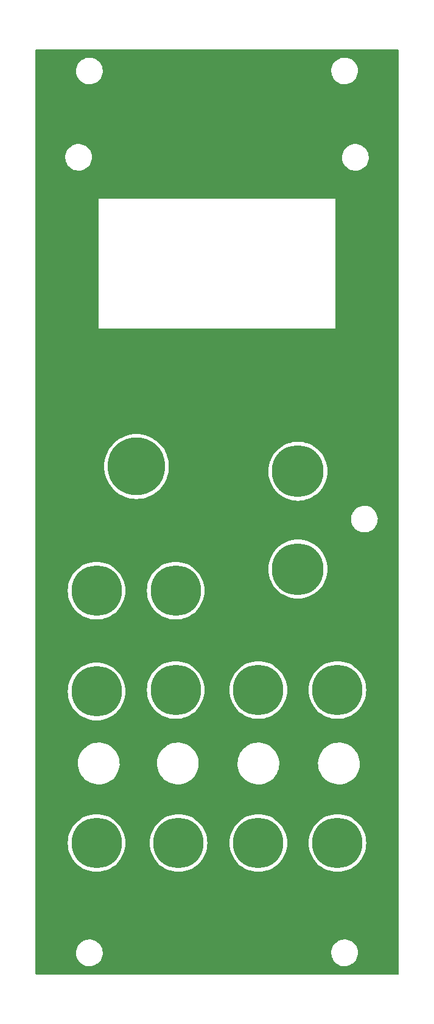
<source format=gbr>
%TF.GenerationSoftware,KiCad,Pcbnew,7.0.2*%
%TF.CreationDate,2025-01-10T16:22:39-06:00*%
%TF.ProjectId,gateDr_panel,67617465-4472-45f7-9061-6e656c2e6b69,rev?*%
%TF.SameCoordinates,Original*%
%TF.FileFunction,Copper,L1,Top*%
%TF.FilePolarity,Positive*%
%FSLAX46Y46*%
G04 Gerber Fmt 4.6, Leading zero omitted, Abs format (unit mm)*
G04 Created by KiCad (PCBNEW 7.0.2) date 2025-01-10 16:22:39*
%MOMM*%
%LPD*%
G01*
G04 APERTURE LIST*
%TA.AperFunction,ComponentPad*%
%ADD10C,8.000000*%
%TD*%
%TA.AperFunction,ComponentPad*%
%ADD11C,7.000000*%
%TD*%
%TA.AperFunction,ComponentPad*%
%ADD12C,7.200000*%
%TD*%
G04 APERTURE END LIST*
D10*
%TO.P,REF\u002A\u002A,1*%
%TO.N,N/C*%
X64050000Y-107950000D03*
%TD*%
D11*
%TO.P,REF\u002A\u002A,1*%
%TO.N,N/C*%
X58500000Y-139200000D03*
%TD*%
%TO.P,REF\u002A\u002A,1*%
%TO.N,N/C*%
X92000000Y-139000000D03*
%TD*%
D12*
%TO.P,REF\u002A\u002A,1*%
%TO.N,N/C*%
X86500000Y-122200000D03*
%TD*%
D11*
%TO.P,REF\u002A\u002A,1*%
%TO.N,N/C*%
X81000000Y-139000000D03*
%TD*%
%TO.P,REF\u002A\u002A,1*%
%TO.N,N/C*%
X58500000Y-160250000D03*
%TD*%
%TO.P,REF\u002A\u002A,1*%
%TO.N,N/C*%
X58500000Y-125200000D03*
%TD*%
D12*
%TO.P,REF\u002A\u002A,1*%
%TO.N,N/C*%
X86500000Y-108600000D03*
%TD*%
D11*
%TO.P,REF\u002A\u002A,1*%
%TO.N,N/C*%
X69900000Y-160250000D03*
%TD*%
%TO.P,REF\u002A\u002A,1*%
%TO.N,N/C*%
X92000000Y-160250000D03*
%TD*%
%TO.P,REF\u002A\u002A,1*%
%TO.N,N/C*%
X69500000Y-125200000D03*
%TD*%
%TO.P,REF\u002A\u002A,1*%
%TO.N,N/C*%
X69500000Y-139000000D03*
%TD*%
%TO.P,REF\u002A\u002A,1*%
%TO.N,N/C*%
X81000000Y-160250000D03*
%TD*%
%TA.AperFunction,NonConductor*%
G36*
X100442539Y-50020185D02*
G01*
X100488294Y-50072989D01*
X100499500Y-50124500D01*
X100499500Y-178375500D01*
X100479815Y-178442539D01*
X100427011Y-178488294D01*
X100375500Y-178499500D01*
X50124500Y-178499500D01*
X50057461Y-178479815D01*
X50011706Y-178427011D01*
X50000500Y-178375500D01*
X50000500Y-175567764D01*
X55645787Y-175567764D01*
X55675413Y-175837016D01*
X55743928Y-176099087D01*
X55849871Y-176348392D01*
X55990982Y-176579611D01*
X56080253Y-176686881D01*
X56164255Y-176787820D01*
X56365998Y-176968582D01*
X56591910Y-177118044D01*
X56698211Y-177167876D01*
X56837177Y-177233021D01*
X57096562Y-177311058D01*
X57096569Y-177311060D01*
X57364561Y-177350500D01*
X57364564Y-177350500D01*
X57565369Y-177350500D01*
X57567631Y-177350500D01*
X57770156Y-177335677D01*
X58034553Y-177276780D01*
X58287558Y-177180014D01*
X58523777Y-177047441D01*
X58738177Y-176881888D01*
X58926186Y-176686881D01*
X59083799Y-176466579D01*
X59207656Y-176225675D01*
X59295118Y-175969305D01*
X59344319Y-175702933D01*
X59349259Y-175567764D01*
X91145787Y-175567764D01*
X91175413Y-175837016D01*
X91243928Y-176099087D01*
X91349871Y-176348392D01*
X91490982Y-176579611D01*
X91580253Y-176686881D01*
X91664255Y-176787820D01*
X91865998Y-176968582D01*
X92091910Y-177118044D01*
X92198211Y-177167876D01*
X92337177Y-177233021D01*
X92596562Y-177311058D01*
X92596569Y-177311060D01*
X92864561Y-177350500D01*
X92864564Y-177350500D01*
X93065369Y-177350500D01*
X93067631Y-177350500D01*
X93270156Y-177335677D01*
X93534553Y-177276780D01*
X93787558Y-177180014D01*
X94023777Y-177047441D01*
X94238177Y-176881888D01*
X94426186Y-176686881D01*
X94583799Y-176466579D01*
X94707656Y-176225675D01*
X94795118Y-175969305D01*
X94844319Y-175702933D01*
X94854212Y-175432235D01*
X94824586Y-175162982D01*
X94756072Y-174900912D01*
X94650130Y-174651610D01*
X94509018Y-174420390D01*
X94509017Y-174420388D01*
X94335746Y-174212181D01*
X94230759Y-174118112D01*
X94134002Y-174031418D01*
X93908090Y-173881956D01*
X93908086Y-173881954D01*
X93662822Y-173766978D01*
X93403437Y-173688941D01*
X93403431Y-173688940D01*
X93135439Y-173649500D01*
X92932369Y-173649500D01*
X92930120Y-173649664D01*
X92930109Y-173649665D01*
X92729843Y-173664322D01*
X92465449Y-173723219D01*
X92212441Y-173819986D01*
X91976223Y-173952559D01*
X91761825Y-174118109D01*
X91573813Y-174313120D01*
X91416201Y-174533420D01*
X91292342Y-174774329D01*
X91204881Y-175030695D01*
X91155680Y-175297066D01*
X91145787Y-175567764D01*
X59349259Y-175567764D01*
X59354212Y-175432235D01*
X59324586Y-175162982D01*
X59256072Y-174900912D01*
X59150130Y-174651610D01*
X59009018Y-174420390D01*
X59009017Y-174420388D01*
X58835746Y-174212181D01*
X58730759Y-174118112D01*
X58634002Y-174031418D01*
X58408090Y-173881956D01*
X58408086Y-173881954D01*
X58162822Y-173766978D01*
X57903437Y-173688941D01*
X57903431Y-173688940D01*
X57635439Y-173649500D01*
X57432369Y-173649500D01*
X57430120Y-173649664D01*
X57430109Y-173649665D01*
X57229843Y-173664322D01*
X56965449Y-173723219D01*
X56712441Y-173819986D01*
X56476223Y-173952559D01*
X56261825Y-174118109D01*
X56073813Y-174313120D01*
X55916201Y-174533420D01*
X55792342Y-174774329D01*
X55704881Y-175030695D01*
X55655680Y-175297066D01*
X55645787Y-175567764D01*
X50000500Y-175567764D01*
X50000500Y-160250000D01*
X54494675Y-160250000D01*
X54494824Y-160253032D01*
X54513812Y-160639548D01*
X54513813Y-160639558D01*
X54513962Y-160642591D01*
X54514408Y-160645599D01*
X54514409Y-160645607D01*
X54571188Y-161028386D01*
X54571191Y-161028404D01*
X54571636Y-161031400D01*
X54572372Y-161034339D01*
X54572375Y-161034353D01*
X54666404Y-161409736D01*
X54666407Y-161409746D01*
X54667143Y-161412684D01*
X54668159Y-161415525D01*
X54668165Y-161415543D01*
X54798538Y-161779912D01*
X54798542Y-161779924D01*
X54799562Y-161782772D01*
X54967619Y-162138097D01*
X55169694Y-162475239D01*
X55403842Y-162790951D01*
X55667808Y-163082192D01*
X55959049Y-163346158D01*
X56274761Y-163580306D01*
X56611903Y-163782381D01*
X56967228Y-163950438D01*
X56970086Y-163951460D01*
X56970087Y-163951461D01*
X57334456Y-164081834D01*
X57334461Y-164081835D01*
X57337316Y-164082857D01*
X57718600Y-164178364D01*
X58107409Y-164236038D01*
X58500000Y-164255325D01*
X58892591Y-164236038D01*
X59281400Y-164178364D01*
X59662684Y-164082857D01*
X60032772Y-163950438D01*
X60388097Y-163782381D01*
X60725239Y-163580306D01*
X61040951Y-163346158D01*
X61332192Y-163082192D01*
X61596158Y-162790951D01*
X61830306Y-162475239D01*
X62032381Y-162138097D01*
X62200438Y-161782772D01*
X62332857Y-161412684D01*
X62428364Y-161031400D01*
X62486038Y-160642591D01*
X62505325Y-160250000D01*
X65894675Y-160250000D01*
X65894824Y-160253032D01*
X65913812Y-160639548D01*
X65913813Y-160639558D01*
X65913962Y-160642591D01*
X65914408Y-160645599D01*
X65914409Y-160645607D01*
X65971188Y-161028386D01*
X65971191Y-161028404D01*
X65971636Y-161031400D01*
X65972372Y-161034339D01*
X65972375Y-161034353D01*
X66066404Y-161409736D01*
X66066407Y-161409746D01*
X66067143Y-161412684D01*
X66068159Y-161415525D01*
X66068165Y-161415543D01*
X66198538Y-161779912D01*
X66198542Y-161779924D01*
X66199562Y-161782772D01*
X66367619Y-162138097D01*
X66569694Y-162475239D01*
X66803842Y-162790951D01*
X67067808Y-163082192D01*
X67359049Y-163346158D01*
X67674761Y-163580306D01*
X68011903Y-163782381D01*
X68367228Y-163950438D01*
X68370086Y-163951460D01*
X68370087Y-163951461D01*
X68734456Y-164081834D01*
X68734461Y-164081835D01*
X68737316Y-164082857D01*
X69118600Y-164178364D01*
X69507409Y-164236038D01*
X69900000Y-164255325D01*
X70292591Y-164236038D01*
X70681400Y-164178364D01*
X71062684Y-164082857D01*
X71432772Y-163950438D01*
X71788097Y-163782381D01*
X72125239Y-163580306D01*
X72440951Y-163346158D01*
X72732192Y-163082192D01*
X72996158Y-162790951D01*
X73230306Y-162475239D01*
X73432381Y-162138097D01*
X73600438Y-161782772D01*
X73732857Y-161412684D01*
X73828364Y-161031400D01*
X73886038Y-160642591D01*
X73905325Y-160250000D01*
X76994675Y-160250000D01*
X76994824Y-160253032D01*
X77013812Y-160639548D01*
X77013813Y-160639558D01*
X77013962Y-160642591D01*
X77014408Y-160645599D01*
X77014409Y-160645607D01*
X77071188Y-161028386D01*
X77071191Y-161028404D01*
X77071636Y-161031400D01*
X77072372Y-161034339D01*
X77072375Y-161034353D01*
X77166404Y-161409736D01*
X77166407Y-161409746D01*
X77167143Y-161412684D01*
X77168159Y-161415525D01*
X77168165Y-161415543D01*
X77298538Y-161779912D01*
X77298542Y-161779924D01*
X77299562Y-161782772D01*
X77467619Y-162138097D01*
X77669694Y-162475239D01*
X77903842Y-162790951D01*
X78167808Y-163082192D01*
X78459049Y-163346158D01*
X78774761Y-163580306D01*
X79111903Y-163782381D01*
X79467228Y-163950438D01*
X79470086Y-163951460D01*
X79470087Y-163951461D01*
X79834456Y-164081834D01*
X79834461Y-164081835D01*
X79837316Y-164082857D01*
X80218600Y-164178364D01*
X80607409Y-164236038D01*
X81000000Y-164255325D01*
X81392591Y-164236038D01*
X81781400Y-164178364D01*
X82162684Y-164082857D01*
X82532772Y-163950438D01*
X82888097Y-163782381D01*
X83225239Y-163580306D01*
X83540951Y-163346158D01*
X83832192Y-163082192D01*
X84096158Y-162790951D01*
X84330306Y-162475239D01*
X84532381Y-162138097D01*
X84700438Y-161782772D01*
X84832857Y-161412684D01*
X84928364Y-161031400D01*
X84986038Y-160642591D01*
X85005325Y-160250000D01*
X87994675Y-160250000D01*
X87994824Y-160253032D01*
X88013812Y-160639548D01*
X88013813Y-160639558D01*
X88013962Y-160642591D01*
X88014408Y-160645599D01*
X88014409Y-160645607D01*
X88071188Y-161028386D01*
X88071191Y-161028404D01*
X88071636Y-161031400D01*
X88072372Y-161034339D01*
X88072375Y-161034353D01*
X88166404Y-161409736D01*
X88166407Y-161409746D01*
X88167143Y-161412684D01*
X88168159Y-161415525D01*
X88168165Y-161415543D01*
X88298538Y-161779912D01*
X88298542Y-161779924D01*
X88299562Y-161782772D01*
X88467619Y-162138097D01*
X88669694Y-162475239D01*
X88903842Y-162790951D01*
X89167808Y-163082192D01*
X89459049Y-163346158D01*
X89774761Y-163580306D01*
X90111903Y-163782381D01*
X90467228Y-163950438D01*
X90470086Y-163951460D01*
X90470087Y-163951461D01*
X90834456Y-164081834D01*
X90834461Y-164081835D01*
X90837316Y-164082857D01*
X91218600Y-164178364D01*
X91607409Y-164236038D01*
X92000000Y-164255325D01*
X92392591Y-164236038D01*
X92781400Y-164178364D01*
X93162684Y-164082857D01*
X93532772Y-163950438D01*
X93888097Y-163782381D01*
X94225239Y-163580306D01*
X94540951Y-163346158D01*
X94832192Y-163082192D01*
X95096158Y-162790951D01*
X95330306Y-162475239D01*
X95532381Y-162138097D01*
X95700438Y-161782772D01*
X95832857Y-161412684D01*
X95928364Y-161031400D01*
X95986038Y-160642591D01*
X96005325Y-160250000D01*
X95986038Y-159857409D01*
X95928364Y-159468600D01*
X95832857Y-159087316D01*
X95700438Y-158717228D01*
X95532381Y-158361903D01*
X95330306Y-158024761D01*
X95096158Y-157709049D01*
X94832192Y-157417808D01*
X94540951Y-157153842D01*
X94225239Y-156919694D01*
X93888097Y-156717619D01*
X93885350Y-156716319D01*
X93885343Y-156716316D01*
X93535517Y-156550860D01*
X93535511Y-156550857D01*
X93532772Y-156549562D01*
X93529924Y-156548542D01*
X93529912Y-156548538D01*
X93165543Y-156418165D01*
X93165525Y-156418159D01*
X93162684Y-156417143D01*
X93159746Y-156416407D01*
X93159736Y-156416404D01*
X92784353Y-156322375D01*
X92784339Y-156322372D01*
X92781400Y-156321636D01*
X92778404Y-156321191D01*
X92778386Y-156321188D01*
X92395607Y-156264409D01*
X92395599Y-156264408D01*
X92392591Y-156263962D01*
X92389558Y-156263813D01*
X92389548Y-156263812D01*
X92003033Y-156244824D01*
X92000000Y-156244675D01*
X91996967Y-156244824D01*
X91610451Y-156263812D01*
X91610439Y-156263813D01*
X91607409Y-156263962D01*
X91604402Y-156264407D01*
X91604392Y-156264409D01*
X91221613Y-156321188D01*
X91221591Y-156321192D01*
X91218600Y-156321636D01*
X91215664Y-156322371D01*
X91215646Y-156322375D01*
X90840263Y-156416404D01*
X90840247Y-156416408D01*
X90837316Y-156417143D01*
X90834480Y-156418157D01*
X90834456Y-156418165D01*
X90470087Y-156548538D01*
X90470068Y-156548545D01*
X90467228Y-156549562D01*
X90464495Y-156550854D01*
X90464482Y-156550860D01*
X90114656Y-156716316D01*
X90114641Y-156716323D01*
X90111903Y-156717619D01*
X90109294Y-156719182D01*
X90109286Y-156719187D01*
X89777366Y-156918132D01*
X89777356Y-156918138D01*
X89774761Y-156919694D01*
X89772333Y-156921493D01*
X89772325Y-156921500D01*
X89461492Y-157152030D01*
X89459049Y-157153842D01*
X89456797Y-157155882D01*
X89456791Y-157155888D01*
X89170061Y-157415765D01*
X89170050Y-157415775D01*
X89167808Y-157417808D01*
X89165775Y-157420050D01*
X89165765Y-157420061D01*
X88905888Y-157706791D01*
X88905882Y-157706797D01*
X88903842Y-157709049D01*
X88902031Y-157711490D01*
X88902030Y-157711492D01*
X88671500Y-158022325D01*
X88671493Y-158022333D01*
X88669694Y-158024761D01*
X88668138Y-158027356D01*
X88668132Y-158027366D01*
X88469187Y-158359286D01*
X88469182Y-158359294D01*
X88467619Y-158361903D01*
X88466323Y-158364641D01*
X88466316Y-158364656D01*
X88300860Y-158714482D01*
X88300854Y-158714495D01*
X88299562Y-158717228D01*
X88298545Y-158720068D01*
X88298538Y-158720087D01*
X88168165Y-159084456D01*
X88168157Y-159084480D01*
X88167143Y-159087316D01*
X88166408Y-159090247D01*
X88166404Y-159090263D01*
X88072375Y-159465646D01*
X88072371Y-159465664D01*
X88071636Y-159468600D01*
X88071192Y-159471591D01*
X88071188Y-159471613D01*
X88014409Y-159854392D01*
X88014407Y-159854402D01*
X88013962Y-159857409D01*
X88013813Y-159860439D01*
X88013812Y-159860451D01*
X87994824Y-160246967D01*
X87994675Y-160250000D01*
X85005325Y-160250000D01*
X84986038Y-159857409D01*
X84928364Y-159468600D01*
X84832857Y-159087316D01*
X84700438Y-158717228D01*
X84532381Y-158361903D01*
X84330306Y-158024761D01*
X84096158Y-157709049D01*
X83832192Y-157417808D01*
X83540951Y-157153842D01*
X83225239Y-156919694D01*
X82888097Y-156717619D01*
X82885350Y-156716319D01*
X82885343Y-156716316D01*
X82535517Y-156550860D01*
X82535511Y-156550857D01*
X82532772Y-156549562D01*
X82529924Y-156548542D01*
X82529912Y-156548538D01*
X82165543Y-156418165D01*
X82165525Y-156418159D01*
X82162684Y-156417143D01*
X82159746Y-156416407D01*
X82159736Y-156416404D01*
X81784353Y-156322375D01*
X81784339Y-156322372D01*
X81781400Y-156321636D01*
X81778404Y-156321191D01*
X81778386Y-156321188D01*
X81395607Y-156264409D01*
X81395599Y-156264408D01*
X81392591Y-156263962D01*
X81389558Y-156263813D01*
X81389548Y-156263812D01*
X81003033Y-156244824D01*
X81000000Y-156244675D01*
X80996967Y-156244824D01*
X80610451Y-156263812D01*
X80610439Y-156263813D01*
X80607409Y-156263962D01*
X80604402Y-156264407D01*
X80604392Y-156264409D01*
X80221613Y-156321188D01*
X80221591Y-156321192D01*
X80218600Y-156321636D01*
X80215664Y-156322371D01*
X80215646Y-156322375D01*
X79840263Y-156416404D01*
X79840247Y-156416408D01*
X79837316Y-156417143D01*
X79834480Y-156418157D01*
X79834456Y-156418165D01*
X79470087Y-156548538D01*
X79470068Y-156548545D01*
X79467228Y-156549562D01*
X79464495Y-156550854D01*
X79464482Y-156550860D01*
X79114656Y-156716316D01*
X79114641Y-156716323D01*
X79111903Y-156717619D01*
X79109294Y-156719182D01*
X79109286Y-156719187D01*
X78777366Y-156918132D01*
X78777356Y-156918138D01*
X78774761Y-156919694D01*
X78772333Y-156921493D01*
X78772325Y-156921500D01*
X78461492Y-157152030D01*
X78459049Y-157153842D01*
X78456797Y-157155882D01*
X78456791Y-157155888D01*
X78170061Y-157415765D01*
X78170050Y-157415775D01*
X78167808Y-157417808D01*
X78165775Y-157420050D01*
X78165765Y-157420061D01*
X77905888Y-157706791D01*
X77905882Y-157706797D01*
X77903842Y-157709049D01*
X77902031Y-157711490D01*
X77902030Y-157711492D01*
X77671500Y-158022325D01*
X77671493Y-158022333D01*
X77669694Y-158024761D01*
X77668138Y-158027356D01*
X77668132Y-158027366D01*
X77469187Y-158359286D01*
X77469182Y-158359294D01*
X77467619Y-158361903D01*
X77466323Y-158364641D01*
X77466316Y-158364656D01*
X77300860Y-158714482D01*
X77300854Y-158714495D01*
X77299562Y-158717228D01*
X77298545Y-158720068D01*
X77298538Y-158720087D01*
X77168165Y-159084456D01*
X77168157Y-159084480D01*
X77167143Y-159087316D01*
X77166408Y-159090247D01*
X77166404Y-159090263D01*
X77072375Y-159465646D01*
X77072371Y-159465664D01*
X77071636Y-159468600D01*
X77071192Y-159471591D01*
X77071188Y-159471613D01*
X77014409Y-159854392D01*
X77014407Y-159854402D01*
X77013962Y-159857409D01*
X77013813Y-159860439D01*
X77013812Y-159860451D01*
X76994824Y-160246967D01*
X76994675Y-160250000D01*
X73905325Y-160250000D01*
X73886038Y-159857409D01*
X73828364Y-159468600D01*
X73732857Y-159087316D01*
X73600438Y-158717228D01*
X73432381Y-158361903D01*
X73230306Y-158024761D01*
X72996158Y-157709049D01*
X72732192Y-157417808D01*
X72440951Y-157153842D01*
X72125239Y-156919694D01*
X71788097Y-156717619D01*
X71785350Y-156716319D01*
X71785343Y-156716316D01*
X71435517Y-156550860D01*
X71435511Y-156550857D01*
X71432772Y-156549562D01*
X71429924Y-156548542D01*
X71429912Y-156548538D01*
X71065543Y-156418165D01*
X71065525Y-156418159D01*
X71062684Y-156417143D01*
X71059746Y-156416407D01*
X71059736Y-156416404D01*
X70684353Y-156322375D01*
X70684339Y-156322372D01*
X70681400Y-156321636D01*
X70678404Y-156321191D01*
X70678386Y-156321188D01*
X70295607Y-156264409D01*
X70295599Y-156264408D01*
X70292591Y-156263962D01*
X70289558Y-156263813D01*
X70289548Y-156263812D01*
X69903033Y-156244824D01*
X69900000Y-156244675D01*
X69896967Y-156244824D01*
X69510451Y-156263812D01*
X69510439Y-156263813D01*
X69507409Y-156263962D01*
X69504402Y-156264407D01*
X69504392Y-156264409D01*
X69121613Y-156321188D01*
X69121591Y-156321192D01*
X69118600Y-156321636D01*
X69115664Y-156322371D01*
X69115646Y-156322375D01*
X68740263Y-156416404D01*
X68740247Y-156416408D01*
X68737316Y-156417143D01*
X68734480Y-156418157D01*
X68734456Y-156418165D01*
X68370087Y-156548538D01*
X68370068Y-156548545D01*
X68367228Y-156549562D01*
X68364495Y-156550854D01*
X68364482Y-156550860D01*
X68014656Y-156716316D01*
X68014641Y-156716323D01*
X68011903Y-156717619D01*
X68009294Y-156719182D01*
X68009286Y-156719187D01*
X67677366Y-156918132D01*
X67677356Y-156918138D01*
X67674761Y-156919694D01*
X67672333Y-156921493D01*
X67672325Y-156921500D01*
X67361492Y-157152030D01*
X67359049Y-157153842D01*
X67356797Y-157155882D01*
X67356791Y-157155888D01*
X67070061Y-157415765D01*
X67070050Y-157415775D01*
X67067808Y-157417808D01*
X67065775Y-157420050D01*
X67065765Y-157420061D01*
X66805888Y-157706791D01*
X66805882Y-157706797D01*
X66803842Y-157709049D01*
X66802031Y-157711490D01*
X66802030Y-157711492D01*
X66571500Y-158022325D01*
X66571493Y-158022333D01*
X66569694Y-158024761D01*
X66568138Y-158027356D01*
X66568132Y-158027366D01*
X66369187Y-158359286D01*
X66369182Y-158359294D01*
X66367619Y-158361903D01*
X66366323Y-158364641D01*
X66366316Y-158364656D01*
X66200860Y-158714482D01*
X66200854Y-158714495D01*
X66199562Y-158717228D01*
X66198545Y-158720068D01*
X66198538Y-158720087D01*
X66068165Y-159084456D01*
X66068157Y-159084480D01*
X66067143Y-159087316D01*
X66066408Y-159090247D01*
X66066404Y-159090263D01*
X65972375Y-159465646D01*
X65972371Y-159465664D01*
X65971636Y-159468600D01*
X65971192Y-159471591D01*
X65971188Y-159471613D01*
X65914409Y-159854392D01*
X65914407Y-159854402D01*
X65913962Y-159857409D01*
X65913813Y-159860439D01*
X65913812Y-159860451D01*
X65894824Y-160246967D01*
X65894675Y-160250000D01*
X62505325Y-160250000D01*
X62486038Y-159857409D01*
X62428364Y-159468600D01*
X62332857Y-159087316D01*
X62200438Y-158717228D01*
X62032381Y-158361903D01*
X61830306Y-158024761D01*
X61596158Y-157709049D01*
X61332192Y-157417808D01*
X61040951Y-157153842D01*
X60725239Y-156919694D01*
X60388097Y-156717619D01*
X60385350Y-156716319D01*
X60385343Y-156716316D01*
X60035517Y-156550860D01*
X60035511Y-156550857D01*
X60032772Y-156549562D01*
X60029924Y-156548542D01*
X60029912Y-156548538D01*
X59665543Y-156418165D01*
X59665525Y-156418159D01*
X59662684Y-156417143D01*
X59659746Y-156416407D01*
X59659736Y-156416404D01*
X59284353Y-156322375D01*
X59284339Y-156322372D01*
X59281400Y-156321636D01*
X59278404Y-156321191D01*
X59278386Y-156321188D01*
X58895607Y-156264409D01*
X58895599Y-156264408D01*
X58892591Y-156263962D01*
X58889558Y-156263813D01*
X58889548Y-156263812D01*
X58503033Y-156244824D01*
X58500000Y-156244675D01*
X58496967Y-156244824D01*
X58110451Y-156263812D01*
X58110439Y-156263813D01*
X58107409Y-156263962D01*
X58104402Y-156264407D01*
X58104392Y-156264409D01*
X57721613Y-156321188D01*
X57721591Y-156321192D01*
X57718600Y-156321636D01*
X57715664Y-156322371D01*
X57715646Y-156322375D01*
X57340263Y-156416404D01*
X57340247Y-156416408D01*
X57337316Y-156417143D01*
X57334480Y-156418157D01*
X57334456Y-156418165D01*
X56970087Y-156548538D01*
X56970068Y-156548545D01*
X56967228Y-156549562D01*
X56964495Y-156550854D01*
X56964482Y-156550860D01*
X56614656Y-156716316D01*
X56614641Y-156716323D01*
X56611903Y-156717619D01*
X56609294Y-156719182D01*
X56609286Y-156719187D01*
X56277366Y-156918132D01*
X56277356Y-156918138D01*
X56274761Y-156919694D01*
X56272333Y-156921493D01*
X56272325Y-156921500D01*
X55961492Y-157152030D01*
X55959049Y-157153842D01*
X55956797Y-157155882D01*
X55956791Y-157155888D01*
X55670061Y-157415765D01*
X55670050Y-157415775D01*
X55667808Y-157417808D01*
X55665775Y-157420050D01*
X55665765Y-157420061D01*
X55405888Y-157706791D01*
X55405882Y-157706797D01*
X55403842Y-157709049D01*
X55402031Y-157711490D01*
X55402030Y-157711492D01*
X55171500Y-158022325D01*
X55171493Y-158022333D01*
X55169694Y-158024761D01*
X55168138Y-158027356D01*
X55168132Y-158027366D01*
X54969187Y-158359286D01*
X54969182Y-158359294D01*
X54967619Y-158361903D01*
X54966323Y-158364641D01*
X54966316Y-158364656D01*
X54800860Y-158714482D01*
X54800854Y-158714495D01*
X54799562Y-158717228D01*
X54798545Y-158720068D01*
X54798538Y-158720087D01*
X54668165Y-159084456D01*
X54668157Y-159084480D01*
X54667143Y-159087316D01*
X54666408Y-159090247D01*
X54666404Y-159090263D01*
X54572375Y-159465646D01*
X54572371Y-159465664D01*
X54571636Y-159468600D01*
X54571192Y-159471591D01*
X54571188Y-159471613D01*
X54514409Y-159854392D01*
X54514407Y-159854402D01*
X54513962Y-159857409D01*
X54513813Y-159860439D01*
X54513812Y-159860451D01*
X54494824Y-160246967D01*
X54494675Y-160250000D01*
X50000500Y-160250000D01*
X50000500Y-149113897D01*
X55895673Y-149113897D01*
X55895781Y-149117549D01*
X55895781Y-149117560D01*
X55905766Y-149454334D01*
X55905875Y-149458006D01*
X55906415Y-149461627D01*
X55906417Y-149461643D01*
X55956161Y-149794865D01*
X55956162Y-149794874D01*
X55956703Y-149798492D01*
X55957669Y-149802027D01*
X56046479Y-150127040D01*
X56046481Y-150127047D01*
X56047446Y-150130577D01*
X56048819Y-150133964D01*
X56048822Y-150133971D01*
X56175449Y-150446200D01*
X56175452Y-150446207D01*
X56176828Y-150449599D01*
X56343034Y-150751079D01*
X56345169Y-150754054D01*
X56345175Y-150754064D01*
X56447566Y-150896763D01*
X56543730Y-151030785D01*
X56776099Y-151284791D01*
X57036880Y-151509531D01*
X57213411Y-151628434D01*
X57319354Y-151699793D01*
X57319358Y-151699795D01*
X57322410Y-151701851D01*
X57628683Y-151859050D01*
X57951399Y-151978922D01*
X58286027Y-152059783D01*
X58627870Y-152100500D01*
X58631538Y-152100500D01*
X58884165Y-152100500D01*
X58885990Y-152100500D01*
X59143655Y-152085209D01*
X59482486Y-152024313D01*
X59811736Y-151923769D01*
X60126783Y-151784990D01*
X60423206Y-151609924D01*
X60696842Y-151401027D01*
X60943851Y-151161233D01*
X61160764Y-150893907D01*
X61344538Y-150602802D01*
X61492592Y-150292006D01*
X61602848Y-149965880D01*
X61673758Y-149629002D01*
X61704327Y-149286103D01*
X61699222Y-149113897D01*
X66895673Y-149113897D01*
X66895781Y-149117549D01*
X66895781Y-149117560D01*
X66905766Y-149454334D01*
X66905875Y-149458006D01*
X66906415Y-149461627D01*
X66906417Y-149461643D01*
X66956161Y-149794865D01*
X66956162Y-149794874D01*
X66956703Y-149798492D01*
X66957669Y-149802027D01*
X67046479Y-150127040D01*
X67046481Y-150127047D01*
X67047446Y-150130577D01*
X67048819Y-150133964D01*
X67048822Y-150133971D01*
X67175449Y-150446200D01*
X67175452Y-150446207D01*
X67176828Y-150449599D01*
X67343034Y-150751079D01*
X67345169Y-150754054D01*
X67345175Y-150754064D01*
X67447566Y-150896763D01*
X67543730Y-151030785D01*
X67776099Y-151284791D01*
X68036880Y-151509531D01*
X68213411Y-151628434D01*
X68319354Y-151699793D01*
X68319358Y-151699795D01*
X68322410Y-151701851D01*
X68628683Y-151859050D01*
X68951399Y-151978922D01*
X69286027Y-152059783D01*
X69627870Y-152100500D01*
X69631538Y-152100500D01*
X69884165Y-152100500D01*
X69885990Y-152100500D01*
X70143655Y-152085209D01*
X70482486Y-152024313D01*
X70811736Y-151923769D01*
X71126783Y-151784990D01*
X71423206Y-151609924D01*
X71696842Y-151401027D01*
X71943851Y-151161233D01*
X72160764Y-150893907D01*
X72344538Y-150602802D01*
X72492592Y-150292006D01*
X72602848Y-149965880D01*
X72673758Y-149629002D01*
X72704327Y-149286103D01*
X72699222Y-149113897D01*
X78095673Y-149113897D01*
X78095781Y-149117549D01*
X78095781Y-149117560D01*
X78105766Y-149454334D01*
X78105875Y-149458006D01*
X78106415Y-149461627D01*
X78106417Y-149461643D01*
X78156161Y-149794865D01*
X78156162Y-149794874D01*
X78156703Y-149798492D01*
X78157669Y-149802027D01*
X78246479Y-150127040D01*
X78246481Y-150127047D01*
X78247446Y-150130577D01*
X78248819Y-150133964D01*
X78248822Y-150133971D01*
X78375449Y-150446200D01*
X78375452Y-150446207D01*
X78376828Y-150449599D01*
X78543034Y-150751079D01*
X78545169Y-150754054D01*
X78545175Y-150754064D01*
X78647566Y-150896763D01*
X78743730Y-151030785D01*
X78976099Y-151284791D01*
X79236880Y-151509531D01*
X79413411Y-151628434D01*
X79519354Y-151699793D01*
X79519358Y-151699795D01*
X79522410Y-151701851D01*
X79828683Y-151859050D01*
X80151399Y-151978922D01*
X80486027Y-152059783D01*
X80827870Y-152100500D01*
X80831538Y-152100500D01*
X81084165Y-152100500D01*
X81085990Y-152100500D01*
X81343655Y-152085209D01*
X81682486Y-152024313D01*
X82011736Y-151923769D01*
X82326783Y-151784990D01*
X82623206Y-151609924D01*
X82896842Y-151401027D01*
X83143851Y-151161233D01*
X83360764Y-150893907D01*
X83544538Y-150602802D01*
X83692592Y-150292006D01*
X83802848Y-149965880D01*
X83873758Y-149629002D01*
X83904327Y-149286103D01*
X83899222Y-149113897D01*
X89295673Y-149113897D01*
X89295781Y-149117549D01*
X89295781Y-149117560D01*
X89305766Y-149454334D01*
X89305875Y-149458006D01*
X89306415Y-149461627D01*
X89306417Y-149461643D01*
X89356161Y-149794865D01*
X89356162Y-149794874D01*
X89356703Y-149798492D01*
X89357669Y-149802027D01*
X89446479Y-150127040D01*
X89446481Y-150127047D01*
X89447446Y-150130577D01*
X89448819Y-150133964D01*
X89448822Y-150133971D01*
X89575449Y-150446200D01*
X89575452Y-150446207D01*
X89576828Y-150449599D01*
X89743034Y-150751079D01*
X89745169Y-150754054D01*
X89745175Y-150754064D01*
X89847566Y-150896763D01*
X89943730Y-151030785D01*
X90176099Y-151284791D01*
X90436880Y-151509531D01*
X90613411Y-151628434D01*
X90719354Y-151699793D01*
X90719358Y-151699795D01*
X90722410Y-151701851D01*
X91028683Y-151859050D01*
X91351399Y-151978922D01*
X91686027Y-152059783D01*
X92027870Y-152100500D01*
X92031538Y-152100500D01*
X92284165Y-152100500D01*
X92285990Y-152100500D01*
X92543655Y-152085209D01*
X92882486Y-152024313D01*
X93211736Y-151923769D01*
X93526783Y-151784990D01*
X93823206Y-151609924D01*
X94096842Y-151401027D01*
X94343851Y-151161233D01*
X94560764Y-150893907D01*
X94744538Y-150602802D01*
X94892592Y-150292006D01*
X95002848Y-149965880D01*
X95073758Y-149629002D01*
X95104327Y-149286103D01*
X95094125Y-148941994D01*
X95043297Y-148601508D01*
X94952554Y-148269423D01*
X94823172Y-147950401D01*
X94656966Y-147648921D01*
X94654827Y-147645941D01*
X94654824Y-147645935D01*
X94458415Y-147372205D01*
X94456270Y-147369215D01*
X94223901Y-147115209D01*
X93963120Y-146890469D01*
X93817380Y-146792305D01*
X93680645Y-146700206D01*
X93680636Y-146700200D01*
X93677590Y-146698149D01*
X93674318Y-146696469D01*
X93674312Y-146696466D01*
X93374594Y-146542632D01*
X93371317Y-146540950D01*
X93048601Y-146421078D01*
X93045036Y-146420216D01*
X93045031Y-146420215D01*
X92717537Y-146341078D01*
X92717533Y-146341077D01*
X92713973Y-146340217D01*
X92710337Y-146339783D01*
X92710332Y-146339783D01*
X92375769Y-146299933D01*
X92375761Y-146299932D01*
X92372130Y-146299500D01*
X92114010Y-146299500D01*
X92112196Y-146299607D01*
X92112184Y-146299608D01*
X91860011Y-146314573D01*
X91860003Y-146314573D01*
X91856345Y-146314791D01*
X91852750Y-146315437D01*
X91852734Y-146315439D01*
X91521130Y-146375037D01*
X91521128Y-146375037D01*
X91517514Y-146375687D01*
X91514005Y-146376758D01*
X91513999Y-146376760D01*
X91191778Y-146475157D01*
X91191764Y-146475162D01*
X91188264Y-146476231D01*
X91184913Y-146477706D01*
X91184897Y-146477713D01*
X90876573Y-146613531D01*
X90876563Y-146613535D01*
X90873217Y-146615010D01*
X90870078Y-146616863D01*
X90870064Y-146616871D01*
X90579952Y-146788210D01*
X90579941Y-146788217D01*
X90576794Y-146790076D01*
X90573883Y-146792298D01*
X90573873Y-146792305D01*
X90306078Y-146996743D01*
X90306069Y-146996750D01*
X90303158Y-146998973D01*
X90300529Y-147001524D01*
X90300521Y-147001532D01*
X90058793Y-147236199D01*
X90058782Y-147236209D01*
X90056149Y-147238767D01*
X90053838Y-147241614D01*
X90053828Y-147241626D01*
X89841554Y-147503236D01*
X89839236Y-147506093D01*
X89837279Y-147509192D01*
X89837271Y-147509204D01*
X89747039Y-147652136D01*
X89655462Y-147797198D01*
X89653888Y-147800501D01*
X89653882Y-147800513D01*
X89508994Y-148104664D01*
X89507408Y-148107994D01*
X89506227Y-148111486D01*
X89506225Y-148111492D01*
X89398333Y-148430625D01*
X89398330Y-148430633D01*
X89397152Y-148434120D01*
X89396396Y-148437710D01*
X89396392Y-148437726D01*
X89326999Y-148767399D01*
X89326997Y-148767408D01*
X89326242Y-148770998D01*
X89325916Y-148774653D01*
X89325915Y-148774661D01*
X89295998Y-149110241D01*
X89295997Y-149110256D01*
X89295673Y-149113897D01*
X83899222Y-149113897D01*
X83894125Y-148941994D01*
X83843297Y-148601508D01*
X83752554Y-148269423D01*
X83623172Y-147950401D01*
X83456966Y-147648921D01*
X83454827Y-147645941D01*
X83454824Y-147645935D01*
X83258415Y-147372205D01*
X83256270Y-147369215D01*
X83023901Y-147115209D01*
X82763120Y-146890469D01*
X82617380Y-146792305D01*
X82480645Y-146700206D01*
X82480636Y-146700200D01*
X82477590Y-146698149D01*
X82474318Y-146696469D01*
X82474312Y-146696466D01*
X82174594Y-146542632D01*
X82171317Y-146540950D01*
X81848601Y-146421078D01*
X81845036Y-146420216D01*
X81845031Y-146420215D01*
X81517537Y-146341078D01*
X81517533Y-146341077D01*
X81513973Y-146340217D01*
X81510337Y-146339783D01*
X81510332Y-146339783D01*
X81175769Y-146299933D01*
X81175761Y-146299932D01*
X81172130Y-146299500D01*
X80914010Y-146299500D01*
X80912196Y-146299607D01*
X80912184Y-146299608D01*
X80660011Y-146314573D01*
X80660003Y-146314573D01*
X80656345Y-146314791D01*
X80652750Y-146315437D01*
X80652734Y-146315439D01*
X80321130Y-146375037D01*
X80321128Y-146375037D01*
X80317514Y-146375687D01*
X80314005Y-146376758D01*
X80313999Y-146376760D01*
X79991778Y-146475157D01*
X79991764Y-146475162D01*
X79988264Y-146476231D01*
X79984913Y-146477706D01*
X79984897Y-146477713D01*
X79676573Y-146613531D01*
X79676563Y-146613535D01*
X79673217Y-146615010D01*
X79670078Y-146616863D01*
X79670064Y-146616871D01*
X79379952Y-146788210D01*
X79379941Y-146788217D01*
X79376794Y-146790076D01*
X79373883Y-146792298D01*
X79373873Y-146792305D01*
X79106078Y-146996743D01*
X79106069Y-146996750D01*
X79103158Y-146998973D01*
X79100529Y-147001524D01*
X79100521Y-147001532D01*
X78858793Y-147236199D01*
X78858782Y-147236209D01*
X78856149Y-147238767D01*
X78853838Y-147241614D01*
X78853828Y-147241626D01*
X78641554Y-147503236D01*
X78639236Y-147506093D01*
X78637279Y-147509192D01*
X78637271Y-147509204D01*
X78547039Y-147652136D01*
X78455462Y-147797198D01*
X78453888Y-147800501D01*
X78453882Y-147800513D01*
X78308994Y-148104664D01*
X78307408Y-148107994D01*
X78306227Y-148111486D01*
X78306225Y-148111492D01*
X78198333Y-148430625D01*
X78198330Y-148430633D01*
X78197152Y-148434120D01*
X78196396Y-148437710D01*
X78196392Y-148437726D01*
X78126999Y-148767399D01*
X78126997Y-148767408D01*
X78126242Y-148770998D01*
X78125916Y-148774653D01*
X78125915Y-148774661D01*
X78095998Y-149110241D01*
X78095997Y-149110256D01*
X78095673Y-149113897D01*
X72699222Y-149113897D01*
X72694125Y-148941994D01*
X72643297Y-148601508D01*
X72552554Y-148269423D01*
X72423172Y-147950401D01*
X72256966Y-147648921D01*
X72254827Y-147645941D01*
X72254824Y-147645935D01*
X72058415Y-147372205D01*
X72056270Y-147369215D01*
X71823901Y-147115209D01*
X71563120Y-146890469D01*
X71417380Y-146792305D01*
X71280645Y-146700206D01*
X71280636Y-146700200D01*
X71277590Y-146698149D01*
X71274318Y-146696469D01*
X71274312Y-146696466D01*
X70974594Y-146542632D01*
X70971317Y-146540950D01*
X70648601Y-146421078D01*
X70645036Y-146420216D01*
X70645031Y-146420215D01*
X70317537Y-146341078D01*
X70317533Y-146341077D01*
X70313973Y-146340217D01*
X70310337Y-146339783D01*
X70310332Y-146339783D01*
X69975769Y-146299933D01*
X69975761Y-146299932D01*
X69972130Y-146299500D01*
X69714010Y-146299500D01*
X69712196Y-146299607D01*
X69712184Y-146299608D01*
X69460011Y-146314573D01*
X69460003Y-146314573D01*
X69456345Y-146314791D01*
X69452750Y-146315437D01*
X69452734Y-146315439D01*
X69121130Y-146375037D01*
X69121128Y-146375037D01*
X69117514Y-146375687D01*
X69114005Y-146376758D01*
X69113999Y-146376760D01*
X68791778Y-146475157D01*
X68791764Y-146475162D01*
X68788264Y-146476231D01*
X68784913Y-146477706D01*
X68784897Y-146477713D01*
X68476573Y-146613531D01*
X68476563Y-146613535D01*
X68473217Y-146615010D01*
X68470078Y-146616863D01*
X68470064Y-146616871D01*
X68179952Y-146788210D01*
X68179941Y-146788217D01*
X68176794Y-146790076D01*
X68173883Y-146792298D01*
X68173873Y-146792305D01*
X67906078Y-146996743D01*
X67906069Y-146996750D01*
X67903158Y-146998973D01*
X67900529Y-147001524D01*
X67900521Y-147001532D01*
X67658793Y-147236199D01*
X67658782Y-147236209D01*
X67656149Y-147238767D01*
X67653838Y-147241614D01*
X67653828Y-147241626D01*
X67441554Y-147503236D01*
X67439236Y-147506093D01*
X67437279Y-147509192D01*
X67437271Y-147509204D01*
X67347039Y-147652136D01*
X67255462Y-147797198D01*
X67253888Y-147800501D01*
X67253882Y-147800513D01*
X67108994Y-148104664D01*
X67107408Y-148107994D01*
X67106227Y-148111486D01*
X67106225Y-148111492D01*
X66998333Y-148430625D01*
X66998330Y-148430633D01*
X66997152Y-148434120D01*
X66996396Y-148437710D01*
X66996392Y-148437726D01*
X66926999Y-148767399D01*
X66926997Y-148767408D01*
X66926242Y-148770998D01*
X66925916Y-148774653D01*
X66925915Y-148774661D01*
X66895998Y-149110241D01*
X66895997Y-149110256D01*
X66895673Y-149113897D01*
X61699222Y-149113897D01*
X61694125Y-148941994D01*
X61643297Y-148601508D01*
X61552554Y-148269423D01*
X61423172Y-147950401D01*
X61256966Y-147648921D01*
X61254827Y-147645941D01*
X61254824Y-147645935D01*
X61058415Y-147372205D01*
X61056270Y-147369215D01*
X60823901Y-147115209D01*
X60563120Y-146890469D01*
X60417380Y-146792305D01*
X60280645Y-146700206D01*
X60280636Y-146700200D01*
X60277590Y-146698149D01*
X60274318Y-146696469D01*
X60274312Y-146696466D01*
X59974594Y-146542632D01*
X59971317Y-146540950D01*
X59648601Y-146421078D01*
X59645036Y-146420216D01*
X59645031Y-146420215D01*
X59317537Y-146341078D01*
X59317533Y-146341077D01*
X59313973Y-146340217D01*
X59310337Y-146339783D01*
X59310332Y-146339783D01*
X58975769Y-146299933D01*
X58975761Y-146299932D01*
X58972130Y-146299500D01*
X58714010Y-146299500D01*
X58712196Y-146299607D01*
X58712184Y-146299608D01*
X58460011Y-146314573D01*
X58460003Y-146314573D01*
X58456345Y-146314791D01*
X58452750Y-146315437D01*
X58452734Y-146315439D01*
X58121130Y-146375037D01*
X58121128Y-146375037D01*
X58117514Y-146375687D01*
X58114005Y-146376758D01*
X58113999Y-146376760D01*
X57791778Y-146475157D01*
X57791764Y-146475162D01*
X57788264Y-146476231D01*
X57784913Y-146477706D01*
X57784897Y-146477713D01*
X57476573Y-146613531D01*
X57476563Y-146613535D01*
X57473217Y-146615010D01*
X57470078Y-146616863D01*
X57470064Y-146616871D01*
X57179952Y-146788210D01*
X57179941Y-146788217D01*
X57176794Y-146790076D01*
X57173883Y-146792298D01*
X57173873Y-146792305D01*
X56906078Y-146996743D01*
X56906069Y-146996750D01*
X56903158Y-146998973D01*
X56900529Y-147001524D01*
X56900521Y-147001532D01*
X56658793Y-147236199D01*
X56658782Y-147236209D01*
X56656149Y-147238767D01*
X56653838Y-147241614D01*
X56653828Y-147241626D01*
X56441554Y-147503236D01*
X56439236Y-147506093D01*
X56437279Y-147509192D01*
X56437271Y-147509204D01*
X56347039Y-147652136D01*
X56255462Y-147797198D01*
X56253888Y-147800501D01*
X56253882Y-147800513D01*
X56108994Y-148104664D01*
X56107408Y-148107994D01*
X56106227Y-148111486D01*
X56106225Y-148111492D01*
X55998333Y-148430625D01*
X55998330Y-148430633D01*
X55997152Y-148434120D01*
X55996396Y-148437710D01*
X55996392Y-148437726D01*
X55926999Y-148767399D01*
X55926997Y-148767408D01*
X55926242Y-148770998D01*
X55925916Y-148774653D01*
X55925915Y-148774661D01*
X55895998Y-149110241D01*
X55895997Y-149110256D01*
X55895673Y-149113897D01*
X50000500Y-149113897D01*
X50000500Y-139200000D01*
X54494675Y-139200000D01*
X54494824Y-139203032D01*
X54513812Y-139589548D01*
X54513813Y-139589558D01*
X54513962Y-139592591D01*
X54514408Y-139595599D01*
X54514409Y-139595607D01*
X54571188Y-139978386D01*
X54571191Y-139978404D01*
X54571636Y-139981400D01*
X54572372Y-139984339D01*
X54572375Y-139984353D01*
X54666404Y-140359736D01*
X54666407Y-140359746D01*
X54667143Y-140362684D01*
X54668159Y-140365525D01*
X54668165Y-140365543D01*
X54798538Y-140729912D01*
X54798542Y-140729924D01*
X54799562Y-140732772D01*
X54800857Y-140735511D01*
X54800860Y-140735517D01*
X54873025Y-140888097D01*
X54967619Y-141088097D01*
X55169694Y-141425239D01*
X55403842Y-141740951D01*
X55667808Y-142032192D01*
X55959049Y-142296158D01*
X56274761Y-142530306D01*
X56611903Y-142732381D01*
X56967228Y-142900438D01*
X56970086Y-142901460D01*
X56970087Y-142901461D01*
X57334456Y-143031834D01*
X57334461Y-143031835D01*
X57337316Y-143032857D01*
X57718600Y-143128364D01*
X58107409Y-143186038D01*
X58500000Y-143205325D01*
X58892591Y-143186038D01*
X59281400Y-143128364D01*
X59662684Y-143032857D01*
X60032772Y-142900438D01*
X60388097Y-142732381D01*
X60725239Y-142530306D01*
X61040951Y-142296158D01*
X61332192Y-142032192D01*
X61596158Y-141740951D01*
X61830306Y-141425239D01*
X62032381Y-141088097D01*
X62200438Y-140732772D01*
X62332857Y-140362684D01*
X62428364Y-139981400D01*
X62486038Y-139592591D01*
X62505325Y-139200000D01*
X62495500Y-139000000D01*
X65494675Y-139000000D01*
X65494824Y-139003032D01*
X65513812Y-139389548D01*
X65513813Y-139389558D01*
X65513962Y-139392591D01*
X65514408Y-139395599D01*
X65514409Y-139395607D01*
X65571188Y-139778386D01*
X65571191Y-139778404D01*
X65571636Y-139781400D01*
X65572372Y-139784339D01*
X65572375Y-139784353D01*
X65666404Y-140159736D01*
X65666407Y-140159746D01*
X65667143Y-140162684D01*
X65668159Y-140165525D01*
X65668165Y-140165543D01*
X65798538Y-140529912D01*
X65798542Y-140529924D01*
X65799562Y-140532772D01*
X65800857Y-140535511D01*
X65800860Y-140535517D01*
X65895453Y-140735517D01*
X65967619Y-140888097D01*
X66169694Y-141225239D01*
X66403842Y-141540951D01*
X66667808Y-141832192D01*
X66959049Y-142096158D01*
X67274761Y-142330306D01*
X67611903Y-142532381D01*
X67967228Y-142700438D01*
X67970086Y-142701460D01*
X67970087Y-142701461D01*
X68334456Y-142831834D01*
X68334461Y-142831835D01*
X68337316Y-142832857D01*
X68718600Y-142928364D01*
X69107409Y-142986038D01*
X69500000Y-143005325D01*
X69892591Y-142986038D01*
X70281400Y-142928364D01*
X70662684Y-142832857D01*
X71032772Y-142700438D01*
X71388097Y-142532381D01*
X71725239Y-142330306D01*
X72040951Y-142096158D01*
X72332192Y-141832192D01*
X72596158Y-141540951D01*
X72830306Y-141225239D01*
X73032381Y-140888097D01*
X73200438Y-140532772D01*
X73332857Y-140162684D01*
X73428364Y-139781400D01*
X73486038Y-139392591D01*
X73505325Y-139000000D01*
X76994675Y-139000000D01*
X76994824Y-139003032D01*
X77013812Y-139389548D01*
X77013813Y-139389558D01*
X77013962Y-139392591D01*
X77014408Y-139395599D01*
X77014409Y-139395607D01*
X77071188Y-139778386D01*
X77071191Y-139778404D01*
X77071636Y-139781400D01*
X77072372Y-139784339D01*
X77072375Y-139784353D01*
X77166404Y-140159736D01*
X77166407Y-140159746D01*
X77167143Y-140162684D01*
X77168159Y-140165525D01*
X77168165Y-140165543D01*
X77298538Y-140529912D01*
X77298542Y-140529924D01*
X77299562Y-140532772D01*
X77300857Y-140535511D01*
X77300860Y-140535517D01*
X77395453Y-140735517D01*
X77467619Y-140888097D01*
X77669694Y-141225239D01*
X77903842Y-141540951D01*
X78167808Y-141832192D01*
X78459049Y-142096158D01*
X78774761Y-142330306D01*
X79111903Y-142532381D01*
X79467228Y-142700438D01*
X79470086Y-142701460D01*
X79470087Y-142701461D01*
X79834456Y-142831834D01*
X79834461Y-142831835D01*
X79837316Y-142832857D01*
X80218600Y-142928364D01*
X80607409Y-142986038D01*
X81000000Y-143005325D01*
X81392591Y-142986038D01*
X81781400Y-142928364D01*
X82162684Y-142832857D01*
X82532772Y-142700438D01*
X82888097Y-142532381D01*
X83225239Y-142330306D01*
X83540951Y-142096158D01*
X83832192Y-141832192D01*
X84096158Y-141540951D01*
X84330306Y-141225239D01*
X84532381Y-140888097D01*
X84700438Y-140532772D01*
X84832857Y-140162684D01*
X84928364Y-139781400D01*
X84986038Y-139392591D01*
X85005325Y-139000000D01*
X87994675Y-139000000D01*
X87994824Y-139003032D01*
X88013812Y-139389548D01*
X88013813Y-139389558D01*
X88013962Y-139392591D01*
X88014408Y-139395599D01*
X88014409Y-139395607D01*
X88071188Y-139778386D01*
X88071191Y-139778404D01*
X88071636Y-139781400D01*
X88072372Y-139784339D01*
X88072375Y-139784353D01*
X88166404Y-140159736D01*
X88166407Y-140159746D01*
X88167143Y-140162684D01*
X88168159Y-140165525D01*
X88168165Y-140165543D01*
X88298538Y-140529912D01*
X88298542Y-140529924D01*
X88299562Y-140532772D01*
X88300857Y-140535511D01*
X88300860Y-140535517D01*
X88395453Y-140735517D01*
X88467619Y-140888097D01*
X88669694Y-141225239D01*
X88903842Y-141540951D01*
X89167808Y-141832192D01*
X89459049Y-142096158D01*
X89774761Y-142330306D01*
X90111903Y-142532381D01*
X90467228Y-142700438D01*
X90470086Y-142701460D01*
X90470087Y-142701461D01*
X90834456Y-142831834D01*
X90834461Y-142831835D01*
X90837316Y-142832857D01*
X91218600Y-142928364D01*
X91607409Y-142986038D01*
X92000000Y-143005325D01*
X92392591Y-142986038D01*
X92781400Y-142928364D01*
X93162684Y-142832857D01*
X93532772Y-142700438D01*
X93888097Y-142532381D01*
X94225239Y-142330306D01*
X94540951Y-142096158D01*
X94832192Y-141832192D01*
X95096158Y-141540951D01*
X95330306Y-141225239D01*
X95532381Y-140888097D01*
X95700438Y-140532772D01*
X95832857Y-140162684D01*
X95928364Y-139781400D01*
X95986038Y-139392591D01*
X96005325Y-139000000D01*
X95986038Y-138607409D01*
X95928364Y-138218600D01*
X95832857Y-137837316D01*
X95700438Y-137467228D01*
X95532381Y-137111903D01*
X95330306Y-136774761D01*
X95096158Y-136459049D01*
X94832192Y-136167808D01*
X94540951Y-135903842D01*
X94225239Y-135669694D01*
X93888097Y-135467619D01*
X93885350Y-135466319D01*
X93885343Y-135466316D01*
X93535517Y-135300860D01*
X93535511Y-135300857D01*
X93532772Y-135299562D01*
X93529924Y-135298542D01*
X93529912Y-135298538D01*
X93165543Y-135168165D01*
X93165525Y-135168159D01*
X93162684Y-135167143D01*
X93159746Y-135166407D01*
X93159736Y-135166404D01*
X92784353Y-135072375D01*
X92784339Y-135072372D01*
X92781400Y-135071636D01*
X92778404Y-135071191D01*
X92778386Y-135071188D01*
X92395607Y-135014409D01*
X92395599Y-135014408D01*
X92392591Y-135013962D01*
X92389558Y-135013813D01*
X92389548Y-135013812D01*
X92003033Y-134994824D01*
X92000000Y-134994675D01*
X91996967Y-134994824D01*
X91610451Y-135013812D01*
X91610439Y-135013813D01*
X91607409Y-135013962D01*
X91604402Y-135014407D01*
X91604392Y-135014409D01*
X91221613Y-135071188D01*
X91221591Y-135071192D01*
X91218600Y-135071636D01*
X91215664Y-135072371D01*
X91215646Y-135072375D01*
X90840263Y-135166404D01*
X90840247Y-135166408D01*
X90837316Y-135167143D01*
X90834480Y-135168157D01*
X90834456Y-135168165D01*
X90470087Y-135298538D01*
X90470068Y-135298545D01*
X90467228Y-135299562D01*
X90464495Y-135300854D01*
X90464482Y-135300860D01*
X90114656Y-135466316D01*
X90114641Y-135466323D01*
X90111903Y-135467619D01*
X90109294Y-135469182D01*
X90109286Y-135469187D01*
X89777366Y-135668132D01*
X89777356Y-135668138D01*
X89774761Y-135669694D01*
X89772333Y-135671493D01*
X89772325Y-135671500D01*
X89507198Y-135868132D01*
X89459049Y-135903842D01*
X89456797Y-135905882D01*
X89456791Y-135905888D01*
X89170061Y-136165765D01*
X89170050Y-136165775D01*
X89167808Y-136167808D01*
X89165775Y-136170050D01*
X89165765Y-136170061D01*
X88905888Y-136456791D01*
X88905882Y-136456797D01*
X88903842Y-136459049D01*
X88902031Y-136461490D01*
X88902030Y-136461492D01*
X88671500Y-136772325D01*
X88671493Y-136772333D01*
X88669694Y-136774761D01*
X88668138Y-136777356D01*
X88668132Y-136777366D01*
X88469187Y-137109286D01*
X88469182Y-137109294D01*
X88467619Y-137111903D01*
X88466323Y-137114641D01*
X88466316Y-137114656D01*
X88300860Y-137464482D01*
X88300854Y-137464495D01*
X88299562Y-137467228D01*
X88298545Y-137470068D01*
X88298538Y-137470087D01*
X88168165Y-137834456D01*
X88168157Y-137834480D01*
X88167143Y-137837316D01*
X88166408Y-137840247D01*
X88166404Y-137840263D01*
X88072375Y-138215646D01*
X88072371Y-138215664D01*
X88071636Y-138218600D01*
X88071192Y-138221591D01*
X88071188Y-138221613D01*
X88014409Y-138604392D01*
X88014407Y-138604402D01*
X88013962Y-138607409D01*
X88013813Y-138610439D01*
X88013812Y-138610451D01*
X88003987Y-138810451D01*
X87994675Y-139000000D01*
X85005325Y-139000000D01*
X84986038Y-138607409D01*
X84928364Y-138218600D01*
X84832857Y-137837316D01*
X84700438Y-137467228D01*
X84532381Y-137111903D01*
X84330306Y-136774761D01*
X84096158Y-136459049D01*
X83832192Y-136167808D01*
X83540951Y-135903842D01*
X83225239Y-135669694D01*
X82888097Y-135467619D01*
X82885350Y-135466319D01*
X82885343Y-135466316D01*
X82535517Y-135300860D01*
X82535511Y-135300857D01*
X82532772Y-135299562D01*
X82529924Y-135298542D01*
X82529912Y-135298538D01*
X82165543Y-135168165D01*
X82165525Y-135168159D01*
X82162684Y-135167143D01*
X82159746Y-135166407D01*
X82159736Y-135166404D01*
X81784353Y-135072375D01*
X81784339Y-135072372D01*
X81781400Y-135071636D01*
X81778404Y-135071191D01*
X81778386Y-135071188D01*
X81395607Y-135014409D01*
X81395599Y-135014408D01*
X81392591Y-135013962D01*
X81389558Y-135013813D01*
X81389548Y-135013812D01*
X81003033Y-134994824D01*
X81000000Y-134994675D01*
X80996967Y-134994824D01*
X80610451Y-135013812D01*
X80610439Y-135013813D01*
X80607409Y-135013962D01*
X80604402Y-135014407D01*
X80604392Y-135014409D01*
X80221613Y-135071188D01*
X80221591Y-135071192D01*
X80218600Y-135071636D01*
X80215664Y-135072371D01*
X80215646Y-135072375D01*
X79840263Y-135166404D01*
X79840247Y-135166408D01*
X79837316Y-135167143D01*
X79834480Y-135168157D01*
X79834456Y-135168165D01*
X79470087Y-135298538D01*
X79470068Y-135298545D01*
X79467228Y-135299562D01*
X79464495Y-135300854D01*
X79464482Y-135300860D01*
X79114656Y-135466316D01*
X79114641Y-135466323D01*
X79111903Y-135467619D01*
X79109294Y-135469182D01*
X79109286Y-135469187D01*
X78777366Y-135668132D01*
X78777356Y-135668138D01*
X78774761Y-135669694D01*
X78772333Y-135671493D01*
X78772325Y-135671500D01*
X78507198Y-135868132D01*
X78459049Y-135903842D01*
X78456797Y-135905882D01*
X78456791Y-135905888D01*
X78170061Y-136165765D01*
X78170050Y-136165775D01*
X78167808Y-136167808D01*
X78165775Y-136170050D01*
X78165765Y-136170061D01*
X77905888Y-136456791D01*
X77905882Y-136456797D01*
X77903842Y-136459049D01*
X77902031Y-136461490D01*
X77902030Y-136461492D01*
X77671500Y-136772325D01*
X77671493Y-136772333D01*
X77669694Y-136774761D01*
X77668138Y-136777356D01*
X77668132Y-136777366D01*
X77469187Y-137109286D01*
X77469182Y-137109294D01*
X77467619Y-137111903D01*
X77466323Y-137114641D01*
X77466316Y-137114656D01*
X77300860Y-137464482D01*
X77300854Y-137464495D01*
X77299562Y-137467228D01*
X77298545Y-137470068D01*
X77298538Y-137470087D01*
X77168165Y-137834456D01*
X77168157Y-137834480D01*
X77167143Y-137837316D01*
X77166408Y-137840247D01*
X77166404Y-137840263D01*
X77072375Y-138215646D01*
X77072371Y-138215664D01*
X77071636Y-138218600D01*
X77071192Y-138221591D01*
X77071188Y-138221613D01*
X77014409Y-138604392D01*
X77014407Y-138604402D01*
X77013962Y-138607409D01*
X77013813Y-138610439D01*
X77013812Y-138610451D01*
X77003987Y-138810451D01*
X76994675Y-139000000D01*
X73505325Y-139000000D01*
X73486038Y-138607409D01*
X73428364Y-138218600D01*
X73332857Y-137837316D01*
X73200438Y-137467228D01*
X73032381Y-137111903D01*
X72830306Y-136774761D01*
X72596158Y-136459049D01*
X72332192Y-136167808D01*
X72040951Y-135903842D01*
X71725239Y-135669694D01*
X71388097Y-135467619D01*
X71385350Y-135466319D01*
X71385343Y-135466316D01*
X71035517Y-135300860D01*
X71035511Y-135300857D01*
X71032772Y-135299562D01*
X71029924Y-135298542D01*
X71029912Y-135298538D01*
X70665543Y-135168165D01*
X70665525Y-135168159D01*
X70662684Y-135167143D01*
X70659746Y-135166407D01*
X70659736Y-135166404D01*
X70284353Y-135072375D01*
X70284339Y-135072372D01*
X70281400Y-135071636D01*
X70278404Y-135071191D01*
X70278386Y-135071188D01*
X69895607Y-135014409D01*
X69895599Y-135014408D01*
X69892591Y-135013962D01*
X69889558Y-135013813D01*
X69889548Y-135013812D01*
X69503033Y-134994824D01*
X69500000Y-134994675D01*
X69496967Y-134994824D01*
X69110451Y-135013812D01*
X69110439Y-135013813D01*
X69107409Y-135013962D01*
X69104402Y-135014407D01*
X69104392Y-135014409D01*
X68721613Y-135071188D01*
X68721591Y-135071192D01*
X68718600Y-135071636D01*
X68715664Y-135072371D01*
X68715646Y-135072375D01*
X68340263Y-135166404D01*
X68340247Y-135166408D01*
X68337316Y-135167143D01*
X68334480Y-135168157D01*
X68334456Y-135168165D01*
X67970087Y-135298538D01*
X67970068Y-135298545D01*
X67967228Y-135299562D01*
X67964495Y-135300854D01*
X67964482Y-135300860D01*
X67614656Y-135466316D01*
X67614641Y-135466323D01*
X67611903Y-135467619D01*
X67609294Y-135469182D01*
X67609286Y-135469187D01*
X67277366Y-135668132D01*
X67277356Y-135668138D01*
X67274761Y-135669694D01*
X67272333Y-135671493D01*
X67272325Y-135671500D01*
X67007198Y-135868132D01*
X66959049Y-135903842D01*
X66956797Y-135905882D01*
X66956791Y-135905888D01*
X66670061Y-136165765D01*
X66670050Y-136165775D01*
X66667808Y-136167808D01*
X66665775Y-136170050D01*
X66665765Y-136170061D01*
X66405888Y-136456791D01*
X66405882Y-136456797D01*
X66403842Y-136459049D01*
X66402031Y-136461490D01*
X66402030Y-136461492D01*
X66171500Y-136772325D01*
X66171493Y-136772333D01*
X66169694Y-136774761D01*
X66168138Y-136777356D01*
X66168132Y-136777366D01*
X65969187Y-137109286D01*
X65969182Y-137109294D01*
X65967619Y-137111903D01*
X65966323Y-137114641D01*
X65966316Y-137114656D01*
X65800860Y-137464482D01*
X65800854Y-137464495D01*
X65799562Y-137467228D01*
X65798545Y-137470068D01*
X65798538Y-137470087D01*
X65668165Y-137834456D01*
X65668157Y-137834480D01*
X65667143Y-137837316D01*
X65666408Y-137840247D01*
X65666404Y-137840263D01*
X65572375Y-138215646D01*
X65572371Y-138215664D01*
X65571636Y-138218600D01*
X65571192Y-138221591D01*
X65571188Y-138221613D01*
X65514409Y-138604392D01*
X65514407Y-138604402D01*
X65513962Y-138607409D01*
X65513813Y-138610439D01*
X65513812Y-138610451D01*
X65503987Y-138810451D01*
X65494675Y-139000000D01*
X62495500Y-139000000D01*
X62486038Y-138807409D01*
X62428364Y-138418600D01*
X62332857Y-138037316D01*
X62200438Y-137667228D01*
X62032381Y-137311903D01*
X61830306Y-136974761D01*
X61596158Y-136659049D01*
X61332192Y-136367808D01*
X61040951Y-136103842D01*
X60725239Y-135869694D01*
X60388097Y-135667619D01*
X60385350Y-135666319D01*
X60385343Y-135666316D01*
X60035517Y-135500860D01*
X60035511Y-135500857D01*
X60032772Y-135499562D01*
X60029924Y-135498542D01*
X60029912Y-135498538D01*
X59665543Y-135368165D01*
X59665525Y-135368159D01*
X59662684Y-135367143D01*
X59659746Y-135366407D01*
X59659736Y-135366404D01*
X59284353Y-135272375D01*
X59284339Y-135272372D01*
X59281400Y-135271636D01*
X59278404Y-135271191D01*
X59278386Y-135271188D01*
X58895607Y-135214409D01*
X58895599Y-135214408D01*
X58892591Y-135213962D01*
X58889558Y-135213813D01*
X58889548Y-135213812D01*
X58503033Y-135194824D01*
X58500000Y-135194675D01*
X58496967Y-135194824D01*
X58110451Y-135213812D01*
X58110439Y-135213813D01*
X58107409Y-135213962D01*
X58104402Y-135214407D01*
X58104392Y-135214409D01*
X57721613Y-135271188D01*
X57721591Y-135271192D01*
X57718600Y-135271636D01*
X57715664Y-135272371D01*
X57715646Y-135272375D01*
X57340263Y-135366404D01*
X57340247Y-135366408D01*
X57337316Y-135367143D01*
X57334480Y-135368157D01*
X57334456Y-135368165D01*
X56970087Y-135498538D01*
X56970068Y-135498545D01*
X56967228Y-135499562D01*
X56964495Y-135500854D01*
X56964482Y-135500860D01*
X56614656Y-135666316D01*
X56614641Y-135666323D01*
X56611903Y-135667619D01*
X56609294Y-135669182D01*
X56609286Y-135669187D01*
X56277366Y-135868132D01*
X56277356Y-135868138D01*
X56274761Y-135869694D01*
X56272333Y-135871493D01*
X56272325Y-135871500D01*
X55961492Y-136102030D01*
X55959049Y-136103842D01*
X55956797Y-136105882D01*
X55956791Y-136105888D01*
X55670061Y-136365765D01*
X55670050Y-136365775D01*
X55667808Y-136367808D01*
X55665775Y-136370050D01*
X55665765Y-136370061D01*
X55405888Y-136656791D01*
X55405882Y-136656797D01*
X55403842Y-136659049D01*
X55402031Y-136661490D01*
X55402030Y-136661492D01*
X55171500Y-136972325D01*
X55171493Y-136972333D01*
X55169694Y-136974761D01*
X55168138Y-136977356D01*
X55168132Y-136977366D01*
X54969187Y-137309286D01*
X54969182Y-137309294D01*
X54967619Y-137311903D01*
X54966323Y-137314641D01*
X54966316Y-137314656D01*
X54800860Y-137664482D01*
X54800854Y-137664495D01*
X54799562Y-137667228D01*
X54798545Y-137670068D01*
X54798538Y-137670087D01*
X54668165Y-138034456D01*
X54668157Y-138034480D01*
X54667143Y-138037316D01*
X54666408Y-138040247D01*
X54666404Y-138040263D01*
X54572375Y-138415646D01*
X54572371Y-138415664D01*
X54571636Y-138418600D01*
X54571192Y-138421591D01*
X54571188Y-138421613D01*
X54514409Y-138804392D01*
X54514407Y-138804402D01*
X54513962Y-138807409D01*
X54513813Y-138810439D01*
X54513812Y-138810451D01*
X54494824Y-139196967D01*
X54494675Y-139200000D01*
X50000500Y-139200000D01*
X50000500Y-125200000D01*
X54494675Y-125200000D01*
X54494824Y-125203032D01*
X54513812Y-125589548D01*
X54513813Y-125589558D01*
X54513962Y-125592591D01*
X54514408Y-125595599D01*
X54514409Y-125595607D01*
X54571188Y-125978386D01*
X54571191Y-125978404D01*
X54571636Y-125981400D01*
X54572372Y-125984339D01*
X54572375Y-125984353D01*
X54666404Y-126359736D01*
X54666407Y-126359746D01*
X54667143Y-126362684D01*
X54668159Y-126365525D01*
X54668165Y-126365543D01*
X54798538Y-126729912D01*
X54798542Y-126729924D01*
X54799562Y-126732772D01*
X54967619Y-127088097D01*
X55169694Y-127425239D01*
X55403842Y-127740951D01*
X55667808Y-128032192D01*
X55959049Y-128296158D01*
X56274761Y-128530306D01*
X56611903Y-128732381D01*
X56967228Y-128900438D01*
X56970086Y-128901460D01*
X56970087Y-128901461D01*
X57334456Y-129031834D01*
X57334461Y-129031835D01*
X57337316Y-129032857D01*
X57718600Y-129128364D01*
X58107409Y-129186038D01*
X58500000Y-129205325D01*
X58892591Y-129186038D01*
X59281400Y-129128364D01*
X59662684Y-129032857D01*
X60032772Y-128900438D01*
X60388097Y-128732381D01*
X60725239Y-128530306D01*
X61040951Y-128296158D01*
X61332192Y-128032192D01*
X61596158Y-127740951D01*
X61830306Y-127425239D01*
X62032381Y-127088097D01*
X62200438Y-126732772D01*
X62332857Y-126362684D01*
X62428364Y-125981400D01*
X62486038Y-125592591D01*
X62505325Y-125200000D01*
X65494675Y-125200000D01*
X65494824Y-125203032D01*
X65513812Y-125589548D01*
X65513813Y-125589558D01*
X65513962Y-125592591D01*
X65514408Y-125595599D01*
X65514409Y-125595607D01*
X65571188Y-125978386D01*
X65571191Y-125978404D01*
X65571636Y-125981400D01*
X65572372Y-125984339D01*
X65572375Y-125984353D01*
X65666404Y-126359736D01*
X65666407Y-126359746D01*
X65667143Y-126362684D01*
X65668159Y-126365525D01*
X65668165Y-126365543D01*
X65798538Y-126729912D01*
X65798542Y-126729924D01*
X65799562Y-126732772D01*
X65967619Y-127088097D01*
X66169694Y-127425239D01*
X66403842Y-127740951D01*
X66667808Y-128032192D01*
X66959049Y-128296158D01*
X67274761Y-128530306D01*
X67611903Y-128732381D01*
X67967228Y-128900438D01*
X67970086Y-128901460D01*
X67970087Y-128901461D01*
X68334456Y-129031834D01*
X68334461Y-129031835D01*
X68337316Y-129032857D01*
X68718600Y-129128364D01*
X69107409Y-129186038D01*
X69500000Y-129205325D01*
X69892591Y-129186038D01*
X70281400Y-129128364D01*
X70662684Y-129032857D01*
X71032772Y-128900438D01*
X71388097Y-128732381D01*
X71725239Y-128530306D01*
X72040951Y-128296158D01*
X72332192Y-128032192D01*
X72596158Y-127740951D01*
X72830306Y-127425239D01*
X73032381Y-127088097D01*
X73200438Y-126732772D01*
X73332857Y-126362684D01*
X73428364Y-125981400D01*
X73486038Y-125592591D01*
X73505325Y-125200000D01*
X73486038Y-124807409D01*
X73428364Y-124418600D01*
X73332857Y-124037316D01*
X73200438Y-123667228D01*
X73032381Y-123311903D01*
X72830306Y-122974761D01*
X72596158Y-122659049D01*
X72332192Y-122367808D01*
X72147045Y-122200000D01*
X82394555Y-122200000D01*
X82394704Y-122203032D01*
X82414174Y-122599363D01*
X82414175Y-122599375D01*
X82414324Y-122602404D01*
X82414768Y-122605400D01*
X82414770Y-122605416D01*
X82469196Y-122972325D01*
X82473440Y-123000933D01*
X82474174Y-123003864D01*
X82474176Y-123003873D01*
X82570595Y-123388801D01*
X82570599Y-123388816D01*
X82571334Y-123391748D01*
X82572360Y-123394615D01*
X82668919Y-123664482D01*
X82707063Y-123771086D01*
X82708361Y-123773830D01*
X82708365Y-123773840D01*
X82878018Y-124132539D01*
X82879321Y-124135293D01*
X83086447Y-124480863D01*
X83326448Y-124804467D01*
X83597012Y-125102988D01*
X83895533Y-125373552D01*
X84219137Y-125613553D01*
X84564707Y-125820679D01*
X84928914Y-125992937D01*
X85308252Y-126128666D01*
X85699067Y-126226560D01*
X86097596Y-126285676D01*
X86500000Y-126305445D01*
X86902404Y-126285676D01*
X87300933Y-126226560D01*
X87691748Y-126128666D01*
X88071086Y-125992937D01*
X88435293Y-125820679D01*
X88780863Y-125613553D01*
X89104467Y-125373552D01*
X89402988Y-125102988D01*
X89673552Y-124804467D01*
X89913553Y-124480863D01*
X90120679Y-124135293D01*
X90292937Y-123771086D01*
X90428666Y-123391748D01*
X90526560Y-123000933D01*
X90585676Y-122602404D01*
X90605445Y-122200000D01*
X90585676Y-121797596D01*
X90526560Y-121399067D01*
X90428666Y-121008252D01*
X90292937Y-120628914D01*
X90120679Y-120264707D01*
X89913553Y-119919137D01*
X89673552Y-119595533D01*
X89402988Y-119297012D01*
X89104467Y-119026448D01*
X88780863Y-118786447D01*
X88435293Y-118579321D01*
X88432546Y-118578021D01*
X88432539Y-118578018D01*
X88073840Y-118408365D01*
X88073830Y-118408361D01*
X88071086Y-118407063D01*
X88068212Y-118406034D01*
X88068208Y-118406033D01*
X87694615Y-118272360D01*
X87694618Y-118272360D01*
X87691748Y-118271334D01*
X87688816Y-118270599D01*
X87688801Y-118270595D01*
X87303873Y-118174176D01*
X87303864Y-118174174D01*
X87300933Y-118173440D01*
X87297936Y-118172995D01*
X87297934Y-118172995D01*
X86905416Y-118114770D01*
X86905400Y-118114768D01*
X86902404Y-118114324D01*
X86899375Y-118114175D01*
X86899363Y-118114174D01*
X86503033Y-118094704D01*
X86500000Y-118094555D01*
X86496967Y-118094704D01*
X86100636Y-118114174D01*
X86100622Y-118114175D01*
X86097596Y-118114324D01*
X86094601Y-118114768D01*
X86094583Y-118114770D01*
X85702065Y-118172995D01*
X85702059Y-118172996D01*
X85699067Y-118173440D01*
X85696139Y-118174173D01*
X85696126Y-118174176D01*
X85311198Y-118270595D01*
X85311177Y-118270601D01*
X85308252Y-118271334D01*
X85305387Y-118272358D01*
X85305384Y-118272360D01*
X84931791Y-118406033D01*
X84931780Y-118406037D01*
X84928914Y-118407063D01*
X84926176Y-118408357D01*
X84926159Y-118408365D01*
X84567460Y-118578018D01*
X84567445Y-118578025D01*
X84564707Y-118579321D01*
X84562098Y-118580884D01*
X84562090Y-118580889D01*
X84221742Y-118784885D01*
X84221732Y-118784891D01*
X84219137Y-118786447D01*
X84216709Y-118788247D01*
X84216701Y-118788253D01*
X83897976Y-119024636D01*
X83895533Y-119026448D01*
X83893281Y-119028488D01*
X83893275Y-119028494D01*
X83599265Y-119294969D01*
X83599254Y-119294979D01*
X83597012Y-119297012D01*
X83594979Y-119299254D01*
X83594969Y-119299265D01*
X83328494Y-119593275D01*
X83328488Y-119593281D01*
X83326448Y-119595533D01*
X83324637Y-119597974D01*
X83324636Y-119597976D01*
X83088253Y-119916701D01*
X83088247Y-119916709D01*
X83086447Y-119919137D01*
X83084891Y-119921732D01*
X83084885Y-119921742D01*
X82880889Y-120262090D01*
X82880884Y-120262098D01*
X82879321Y-120264707D01*
X82878025Y-120267445D01*
X82878018Y-120267460D01*
X82708365Y-120626159D01*
X82708357Y-120626176D01*
X82707063Y-120628914D01*
X82706037Y-120631780D01*
X82706033Y-120631791D01*
X82572360Y-121005384D01*
X82571334Y-121008252D01*
X82570601Y-121011177D01*
X82570595Y-121011198D01*
X82474176Y-121396126D01*
X82474173Y-121396139D01*
X82473440Y-121399067D01*
X82472996Y-121402059D01*
X82472995Y-121402065D01*
X82414770Y-121794583D01*
X82414768Y-121794601D01*
X82414324Y-121797596D01*
X82414175Y-121800622D01*
X82414174Y-121800636D01*
X82410693Y-121871500D01*
X82394555Y-122200000D01*
X72147045Y-122200000D01*
X72040951Y-122103842D01*
X71725239Y-121869694D01*
X71388097Y-121667619D01*
X71385350Y-121666319D01*
X71385343Y-121666316D01*
X71035517Y-121500860D01*
X71035511Y-121500857D01*
X71032772Y-121499562D01*
X71029924Y-121498542D01*
X71029912Y-121498538D01*
X70665543Y-121368165D01*
X70665525Y-121368159D01*
X70662684Y-121367143D01*
X70659746Y-121366407D01*
X70659736Y-121366404D01*
X70284353Y-121272375D01*
X70284339Y-121272372D01*
X70281400Y-121271636D01*
X70278404Y-121271191D01*
X70278386Y-121271188D01*
X69895607Y-121214409D01*
X69895599Y-121214408D01*
X69892591Y-121213962D01*
X69889558Y-121213813D01*
X69889548Y-121213812D01*
X69503033Y-121194824D01*
X69500000Y-121194675D01*
X69496967Y-121194824D01*
X69110451Y-121213812D01*
X69110439Y-121213813D01*
X69107409Y-121213962D01*
X69104402Y-121214407D01*
X69104392Y-121214409D01*
X68721613Y-121271188D01*
X68721591Y-121271192D01*
X68718600Y-121271636D01*
X68715664Y-121272371D01*
X68715646Y-121272375D01*
X68340263Y-121366404D01*
X68340247Y-121366408D01*
X68337316Y-121367143D01*
X68334480Y-121368157D01*
X68334456Y-121368165D01*
X67970087Y-121498538D01*
X67970068Y-121498545D01*
X67967228Y-121499562D01*
X67964495Y-121500854D01*
X67964482Y-121500860D01*
X67614656Y-121666316D01*
X67614641Y-121666323D01*
X67611903Y-121667619D01*
X67609294Y-121669182D01*
X67609286Y-121669187D01*
X67277366Y-121868132D01*
X67277356Y-121868138D01*
X67274761Y-121869694D01*
X67272333Y-121871493D01*
X67272325Y-121871500D01*
X66961492Y-122102030D01*
X66959049Y-122103842D01*
X66956797Y-122105882D01*
X66956791Y-122105888D01*
X66670061Y-122365765D01*
X66670050Y-122365775D01*
X66667808Y-122367808D01*
X66665775Y-122370050D01*
X66665765Y-122370061D01*
X66405888Y-122656791D01*
X66405882Y-122656797D01*
X66403842Y-122659049D01*
X66402031Y-122661490D01*
X66402030Y-122661492D01*
X66171500Y-122972325D01*
X66171493Y-122972333D01*
X66169694Y-122974761D01*
X66168138Y-122977356D01*
X66168132Y-122977366D01*
X65969187Y-123309286D01*
X65969182Y-123309294D01*
X65967619Y-123311903D01*
X65966323Y-123314641D01*
X65966316Y-123314656D01*
X65800860Y-123664482D01*
X65800854Y-123664495D01*
X65799562Y-123667228D01*
X65798545Y-123670068D01*
X65798538Y-123670087D01*
X65668165Y-124034456D01*
X65668157Y-124034480D01*
X65667143Y-124037316D01*
X65666408Y-124040247D01*
X65666404Y-124040263D01*
X65572375Y-124415646D01*
X65572371Y-124415664D01*
X65571636Y-124418600D01*
X65571192Y-124421591D01*
X65571188Y-124421613D01*
X65514409Y-124804392D01*
X65514407Y-124804402D01*
X65513962Y-124807409D01*
X65513813Y-124810439D01*
X65513812Y-124810451D01*
X65499552Y-125100734D01*
X65494675Y-125200000D01*
X62505325Y-125200000D01*
X62486038Y-124807409D01*
X62428364Y-124418600D01*
X62332857Y-124037316D01*
X62200438Y-123667228D01*
X62032381Y-123311903D01*
X61830306Y-122974761D01*
X61596158Y-122659049D01*
X61332192Y-122367808D01*
X61040951Y-122103842D01*
X60725239Y-121869694D01*
X60388097Y-121667619D01*
X60385350Y-121666319D01*
X60385343Y-121666316D01*
X60035517Y-121500860D01*
X60035511Y-121500857D01*
X60032772Y-121499562D01*
X60029924Y-121498542D01*
X60029912Y-121498538D01*
X59665543Y-121368165D01*
X59665525Y-121368159D01*
X59662684Y-121367143D01*
X59659746Y-121366407D01*
X59659736Y-121366404D01*
X59284353Y-121272375D01*
X59284339Y-121272372D01*
X59281400Y-121271636D01*
X59278404Y-121271191D01*
X59278386Y-121271188D01*
X58895607Y-121214409D01*
X58895599Y-121214408D01*
X58892591Y-121213962D01*
X58889558Y-121213813D01*
X58889548Y-121213812D01*
X58503033Y-121194824D01*
X58500000Y-121194675D01*
X58496967Y-121194824D01*
X58110451Y-121213812D01*
X58110439Y-121213813D01*
X58107409Y-121213962D01*
X58104402Y-121214407D01*
X58104392Y-121214409D01*
X57721613Y-121271188D01*
X57721591Y-121271192D01*
X57718600Y-121271636D01*
X57715664Y-121272371D01*
X57715646Y-121272375D01*
X57340263Y-121366404D01*
X57340247Y-121366408D01*
X57337316Y-121367143D01*
X57334480Y-121368157D01*
X57334456Y-121368165D01*
X56970087Y-121498538D01*
X56970068Y-121498545D01*
X56967228Y-121499562D01*
X56964495Y-121500854D01*
X56964482Y-121500860D01*
X56614656Y-121666316D01*
X56614641Y-121666323D01*
X56611903Y-121667619D01*
X56609294Y-121669182D01*
X56609286Y-121669187D01*
X56277366Y-121868132D01*
X56277356Y-121868138D01*
X56274761Y-121869694D01*
X56272333Y-121871493D01*
X56272325Y-121871500D01*
X55961492Y-122102030D01*
X55959049Y-122103842D01*
X55956797Y-122105882D01*
X55956791Y-122105888D01*
X55670061Y-122365765D01*
X55670050Y-122365775D01*
X55667808Y-122367808D01*
X55665775Y-122370050D01*
X55665765Y-122370061D01*
X55405888Y-122656791D01*
X55405882Y-122656797D01*
X55403842Y-122659049D01*
X55402031Y-122661490D01*
X55402030Y-122661492D01*
X55171500Y-122972325D01*
X55171493Y-122972333D01*
X55169694Y-122974761D01*
X55168138Y-122977356D01*
X55168132Y-122977366D01*
X54969187Y-123309286D01*
X54969182Y-123309294D01*
X54967619Y-123311903D01*
X54966323Y-123314641D01*
X54966316Y-123314656D01*
X54800860Y-123664482D01*
X54800854Y-123664495D01*
X54799562Y-123667228D01*
X54798545Y-123670068D01*
X54798538Y-123670087D01*
X54668165Y-124034456D01*
X54668157Y-124034480D01*
X54667143Y-124037316D01*
X54666408Y-124040247D01*
X54666404Y-124040263D01*
X54572375Y-124415646D01*
X54572371Y-124415664D01*
X54571636Y-124418600D01*
X54571192Y-124421591D01*
X54571188Y-124421613D01*
X54514409Y-124804392D01*
X54514407Y-124804402D01*
X54513962Y-124807409D01*
X54513813Y-124810439D01*
X54513812Y-124810451D01*
X54499552Y-125100734D01*
X54494675Y-125200000D01*
X50000500Y-125200000D01*
X50000500Y-115317764D01*
X93895787Y-115317764D01*
X93925413Y-115587016D01*
X93993928Y-115849087D01*
X94099871Y-116098392D01*
X94240982Y-116329611D01*
X94330253Y-116436881D01*
X94414255Y-116537820D01*
X94615998Y-116718582D01*
X94841910Y-116868044D01*
X94948211Y-116917876D01*
X95087177Y-116983021D01*
X95346562Y-117061058D01*
X95346569Y-117061060D01*
X95614561Y-117100500D01*
X95614564Y-117100500D01*
X95815369Y-117100500D01*
X95817631Y-117100500D01*
X96020156Y-117085677D01*
X96284553Y-117026780D01*
X96537558Y-116930014D01*
X96773777Y-116797441D01*
X96988177Y-116631888D01*
X97176186Y-116436881D01*
X97333799Y-116216579D01*
X97457656Y-115975675D01*
X97545118Y-115719305D01*
X97594319Y-115452933D01*
X97604212Y-115182235D01*
X97574586Y-114912982D01*
X97506072Y-114650912D01*
X97400130Y-114401610D01*
X97259018Y-114170390D01*
X97259017Y-114170388D01*
X97085746Y-113962181D01*
X96980759Y-113868112D01*
X96884002Y-113781418D01*
X96658090Y-113631956D01*
X96658086Y-113631954D01*
X96412822Y-113516978D01*
X96153437Y-113438941D01*
X96153431Y-113438940D01*
X95885439Y-113399500D01*
X95682369Y-113399500D01*
X95680120Y-113399664D01*
X95680109Y-113399665D01*
X95479843Y-113414322D01*
X95215449Y-113473219D01*
X94962441Y-113569986D01*
X94726223Y-113702559D01*
X94511825Y-113868109D01*
X94323813Y-114063120D01*
X94166201Y-114283420D01*
X94042342Y-114524329D01*
X93954881Y-114780695D01*
X93905680Y-115047066D01*
X93895787Y-115317764D01*
X50000500Y-115317764D01*
X50000500Y-107950000D01*
X59544693Y-107950000D01*
X59544825Y-107952855D01*
X59563779Y-108362836D01*
X59563780Y-108362851D01*
X59563912Y-108365697D01*
X59564307Y-108368535D01*
X59564308Y-108368536D01*
X59596595Y-108600000D01*
X59621404Y-108777848D01*
X59622058Y-108780629D01*
X59622060Y-108780639D01*
X59716024Y-109180149D01*
X59716026Y-109180159D01*
X59716680Y-109182936D01*
X59717584Y-109185634D01*
X59717588Y-109185647D01*
X59848012Y-109574779D01*
X59848926Y-109577505D01*
X60017015Y-109958188D01*
X60219511Y-110321739D01*
X60454687Y-110665054D01*
X60720538Y-110985206D01*
X61014794Y-111279462D01*
X61334946Y-111545313D01*
X61678261Y-111780489D01*
X62041812Y-111982985D01*
X62422495Y-112151074D01*
X62817064Y-112283320D01*
X63222152Y-112378596D01*
X63634303Y-112436088D01*
X64050000Y-112455307D01*
X64465697Y-112436088D01*
X64877848Y-112378596D01*
X65282936Y-112283320D01*
X65677505Y-112151074D01*
X66058188Y-111982985D01*
X66421739Y-111780489D01*
X66765054Y-111545313D01*
X67085206Y-111279462D01*
X67379462Y-110985206D01*
X67645313Y-110665054D01*
X67880489Y-110321739D01*
X68082985Y-109958188D01*
X68251074Y-109577505D01*
X68383320Y-109182936D01*
X68478596Y-108777848D01*
X68503404Y-108600000D01*
X82394555Y-108600000D01*
X82394704Y-108603032D01*
X82414174Y-108999363D01*
X82414175Y-108999375D01*
X82414324Y-109002404D01*
X82414768Y-109005400D01*
X82414770Y-109005416D01*
X82441103Y-109182936D01*
X82473440Y-109400933D01*
X82474174Y-109403864D01*
X82474176Y-109403873D01*
X82570595Y-109788801D01*
X82570599Y-109788816D01*
X82571334Y-109791748D01*
X82707063Y-110171086D01*
X82708361Y-110173830D01*
X82708365Y-110173840D01*
X82878018Y-110532539D01*
X82879321Y-110535293D01*
X83086447Y-110880863D01*
X83326448Y-111204467D01*
X83597012Y-111502988D01*
X83895533Y-111773552D01*
X84219137Y-112013553D01*
X84564707Y-112220679D01*
X84928914Y-112392937D01*
X85308252Y-112528666D01*
X85699067Y-112626560D01*
X86097596Y-112685676D01*
X86500000Y-112705445D01*
X86902404Y-112685676D01*
X87300933Y-112626560D01*
X87691748Y-112528666D01*
X88071086Y-112392937D01*
X88435293Y-112220679D01*
X88780863Y-112013553D01*
X89104467Y-111773552D01*
X89402988Y-111502988D01*
X89673552Y-111204467D01*
X89913553Y-110880863D01*
X90120679Y-110535293D01*
X90292937Y-110171086D01*
X90428666Y-109791748D01*
X90526560Y-109400933D01*
X90585676Y-109002404D01*
X90605445Y-108600000D01*
X90585676Y-108197596D01*
X90526560Y-107799067D01*
X90428666Y-107408252D01*
X90292937Y-107028914D01*
X90120679Y-106664707D01*
X89913553Y-106319137D01*
X89673552Y-105995533D01*
X89402988Y-105697012D01*
X89104467Y-105426448D01*
X88780863Y-105186447D01*
X88435293Y-104979321D01*
X88432546Y-104978021D01*
X88432539Y-104978018D01*
X88073840Y-104808365D01*
X88073830Y-104808361D01*
X88071086Y-104807063D01*
X88068212Y-104806034D01*
X88068208Y-104806033D01*
X87694615Y-104672360D01*
X87694618Y-104672360D01*
X87691748Y-104671334D01*
X87688816Y-104670599D01*
X87688801Y-104670595D01*
X87303873Y-104574176D01*
X87303864Y-104574174D01*
X87300933Y-104573440D01*
X87297936Y-104572995D01*
X87297934Y-104572995D01*
X86905416Y-104514770D01*
X86905400Y-104514768D01*
X86902404Y-104514324D01*
X86899375Y-104514175D01*
X86899363Y-104514174D01*
X86503033Y-104494704D01*
X86500000Y-104494555D01*
X86496967Y-104494704D01*
X86100636Y-104514174D01*
X86100622Y-104514175D01*
X86097596Y-104514324D01*
X86094601Y-104514768D01*
X86094583Y-104514770D01*
X85702065Y-104572995D01*
X85702059Y-104572996D01*
X85699067Y-104573440D01*
X85696139Y-104574173D01*
X85696126Y-104574176D01*
X85311198Y-104670595D01*
X85311177Y-104670601D01*
X85308252Y-104671334D01*
X85305387Y-104672358D01*
X85305384Y-104672360D01*
X84931791Y-104806033D01*
X84931780Y-104806037D01*
X84928914Y-104807063D01*
X84926176Y-104808357D01*
X84926159Y-104808365D01*
X84567460Y-104978018D01*
X84567445Y-104978025D01*
X84564707Y-104979321D01*
X84562098Y-104980884D01*
X84562090Y-104980889D01*
X84221742Y-105184885D01*
X84221732Y-105184891D01*
X84219137Y-105186447D01*
X84216709Y-105188247D01*
X84216701Y-105188253D01*
X83897976Y-105424636D01*
X83895533Y-105426448D01*
X83893281Y-105428488D01*
X83893275Y-105428494D01*
X83599265Y-105694969D01*
X83599254Y-105694979D01*
X83597012Y-105697012D01*
X83594979Y-105699254D01*
X83594969Y-105699265D01*
X83328494Y-105993275D01*
X83328488Y-105993281D01*
X83326448Y-105995533D01*
X83324637Y-105997974D01*
X83324636Y-105997976D01*
X83088253Y-106316701D01*
X83088247Y-106316709D01*
X83086447Y-106319137D01*
X83084891Y-106321732D01*
X83084885Y-106321742D01*
X82880889Y-106662090D01*
X82880884Y-106662098D01*
X82879321Y-106664707D01*
X82878025Y-106667445D01*
X82878018Y-106667460D01*
X82708365Y-107026159D01*
X82708357Y-107026176D01*
X82707063Y-107028914D01*
X82706037Y-107031780D01*
X82706033Y-107031791D01*
X82672687Y-107124988D01*
X82571334Y-107408252D01*
X82570601Y-107411177D01*
X82570595Y-107411198D01*
X82474176Y-107796126D01*
X82474173Y-107796139D01*
X82473440Y-107799067D01*
X82472996Y-107802059D01*
X82472995Y-107802065D01*
X82414770Y-108194583D01*
X82414768Y-108194601D01*
X82414324Y-108197596D01*
X82414175Y-108200622D01*
X82414174Y-108200636D01*
X82405926Y-108368536D01*
X82394555Y-108600000D01*
X68503404Y-108600000D01*
X68536088Y-108365697D01*
X68555307Y-107950000D01*
X68536088Y-107534303D01*
X68478596Y-107122152D01*
X68383320Y-106717064D01*
X68251074Y-106322495D01*
X68082985Y-105941812D01*
X67880489Y-105578261D01*
X67645313Y-105234946D01*
X67379462Y-104914794D01*
X67085206Y-104620538D01*
X66765054Y-104354687D01*
X66762699Y-104353073D01*
X66762694Y-104353070D01*
X66605293Y-104245248D01*
X66421739Y-104119511D01*
X66058188Y-103917015D01*
X66055559Y-103915854D01*
X65680140Y-103750089D01*
X65680131Y-103750085D01*
X65677505Y-103748926D01*
X65674785Y-103748014D01*
X65674779Y-103748012D01*
X65285647Y-103617588D01*
X65285634Y-103617584D01*
X65282936Y-103616680D01*
X65280159Y-103616026D01*
X65280149Y-103616024D01*
X64880639Y-103522060D01*
X64880629Y-103522058D01*
X64877848Y-103521404D01*
X64875016Y-103521009D01*
X64875011Y-103521008D01*
X64468536Y-103464308D01*
X64468535Y-103464307D01*
X64465697Y-103463912D01*
X64462851Y-103463780D01*
X64462836Y-103463779D01*
X64052855Y-103444825D01*
X64050000Y-103444693D01*
X64047145Y-103444825D01*
X63637163Y-103463779D01*
X63637146Y-103463780D01*
X63634303Y-103463912D01*
X63631466Y-103464307D01*
X63631463Y-103464308D01*
X63224988Y-103521008D01*
X63224979Y-103521009D01*
X63222152Y-103521404D01*
X63219373Y-103522057D01*
X63219360Y-103522060D01*
X62819850Y-103616024D01*
X62819835Y-103616028D01*
X62817064Y-103616680D01*
X62814371Y-103617582D01*
X62814352Y-103617588D01*
X62425220Y-103748012D01*
X62425207Y-103748016D01*
X62422495Y-103748926D01*
X62419875Y-103750082D01*
X62419859Y-103750089D01*
X62044440Y-103915854D01*
X62044429Y-103915859D01*
X62041812Y-103917015D01*
X62039311Y-103918407D01*
X62039305Y-103918411D01*
X61680761Y-104118118D01*
X61680752Y-104118123D01*
X61678261Y-104119511D01*
X61675907Y-104121123D01*
X61675903Y-104121126D01*
X61337305Y-104353070D01*
X61337290Y-104353081D01*
X61334946Y-104354687D01*
X61332751Y-104356509D01*
X61332740Y-104356518D01*
X61017010Y-104618697D01*
X61016999Y-104618706D01*
X61014794Y-104620538D01*
X61012767Y-104622564D01*
X61012756Y-104622575D01*
X60722575Y-104912756D01*
X60722564Y-104912767D01*
X60720538Y-104914794D01*
X60718706Y-104916999D01*
X60718697Y-104917010D01*
X60456518Y-105232740D01*
X60456509Y-105232751D01*
X60454687Y-105234946D01*
X60453081Y-105237290D01*
X60453070Y-105237305D01*
X60221126Y-105575903D01*
X60219511Y-105578261D01*
X60218123Y-105580752D01*
X60218118Y-105580761D01*
X60154505Y-105694969D01*
X60017015Y-105941812D01*
X60015859Y-105944429D01*
X60015854Y-105944440D01*
X59850089Y-106319859D01*
X59850082Y-106319875D01*
X59848926Y-106322495D01*
X59848016Y-106325207D01*
X59848012Y-106325220D01*
X59717588Y-106714352D01*
X59717582Y-106714371D01*
X59716680Y-106717064D01*
X59716028Y-106719835D01*
X59716024Y-106719850D01*
X59622060Y-107119360D01*
X59622057Y-107119373D01*
X59621404Y-107122152D01*
X59563912Y-107534303D01*
X59563780Y-107537146D01*
X59563779Y-107537163D01*
X59544825Y-107947144D01*
X59544693Y-107950000D01*
X50000500Y-107950000D01*
X50000500Y-88725889D01*
X58749416Y-88725889D01*
X58749459Y-88750000D01*
X58749501Y-88750101D01*
X58749616Y-88750382D01*
X58749618Y-88750384D01*
X58749808Y-88750462D01*
X58750000Y-88750541D01*
X58750002Y-88750539D01*
X58774616Y-88750524D01*
X58774616Y-88750528D01*
X58774760Y-88750500D01*
X91725240Y-88750500D01*
X91725383Y-88750528D01*
X91725384Y-88750524D01*
X91749997Y-88750539D01*
X91750000Y-88750541D01*
X91750383Y-88750383D01*
X91750500Y-88750099D01*
X91750541Y-88750000D01*
X91750540Y-88749997D01*
X91750583Y-88725889D01*
X91750500Y-88725467D01*
X91750500Y-70774759D01*
X91750528Y-70774616D01*
X91750524Y-70774616D01*
X91750539Y-70750002D01*
X91750541Y-70750000D01*
X91750462Y-70749808D01*
X91750384Y-70749618D01*
X91750383Y-70749617D01*
X91750379Y-70749615D01*
X91750097Y-70749499D01*
X91750000Y-70749459D01*
X91725446Y-70749459D01*
X91725240Y-70749500D01*
X58774760Y-70749500D01*
X58774554Y-70749459D01*
X58749999Y-70749459D01*
X58749900Y-70749500D01*
X58749618Y-70749615D01*
X58749615Y-70749618D01*
X58749459Y-70749999D01*
X58749476Y-70774616D01*
X58749471Y-70774616D01*
X58749500Y-70774759D01*
X58749500Y-88725467D01*
X58749416Y-88725889D01*
X50000500Y-88725889D01*
X50000500Y-65067764D01*
X54145787Y-65067764D01*
X54175413Y-65337016D01*
X54243928Y-65599087D01*
X54349871Y-65848392D01*
X54490982Y-66079611D01*
X54580253Y-66186881D01*
X54664255Y-66287820D01*
X54865998Y-66468582D01*
X55091910Y-66618044D01*
X55198211Y-66667876D01*
X55337177Y-66733021D01*
X55596562Y-66811058D01*
X55596569Y-66811060D01*
X55864561Y-66850500D01*
X55864564Y-66850500D01*
X56065369Y-66850500D01*
X56067631Y-66850500D01*
X56270156Y-66835677D01*
X56534553Y-66776780D01*
X56787558Y-66680014D01*
X57023777Y-66547441D01*
X57238177Y-66381888D01*
X57426186Y-66186881D01*
X57583799Y-65966579D01*
X57707656Y-65725675D01*
X57795118Y-65469305D01*
X57844319Y-65202933D01*
X57849259Y-65067764D01*
X92645787Y-65067764D01*
X92675413Y-65337016D01*
X92743928Y-65599087D01*
X92849871Y-65848392D01*
X92990982Y-66079611D01*
X93080253Y-66186881D01*
X93164255Y-66287820D01*
X93365998Y-66468582D01*
X93591910Y-66618044D01*
X93698211Y-66667876D01*
X93837177Y-66733021D01*
X94096562Y-66811058D01*
X94096569Y-66811060D01*
X94364561Y-66850500D01*
X94364564Y-66850500D01*
X94565369Y-66850500D01*
X94567631Y-66850500D01*
X94770156Y-66835677D01*
X95034553Y-66776780D01*
X95287558Y-66680014D01*
X95523777Y-66547441D01*
X95738177Y-66381888D01*
X95926186Y-66186881D01*
X96083799Y-65966579D01*
X96207656Y-65725675D01*
X96295118Y-65469305D01*
X96344319Y-65202933D01*
X96354212Y-64932235D01*
X96324586Y-64662982D01*
X96256072Y-64400912D01*
X96150130Y-64151610D01*
X96009018Y-63920390D01*
X96009017Y-63920388D01*
X95835746Y-63712181D01*
X95730759Y-63618112D01*
X95634002Y-63531418D01*
X95408090Y-63381956D01*
X95408086Y-63381954D01*
X95162822Y-63266978D01*
X94903437Y-63188941D01*
X94903431Y-63188940D01*
X94635439Y-63149500D01*
X94432369Y-63149500D01*
X94430120Y-63149664D01*
X94430109Y-63149665D01*
X94229843Y-63164322D01*
X93965449Y-63223219D01*
X93712441Y-63319986D01*
X93476223Y-63452559D01*
X93261825Y-63618109D01*
X93073813Y-63813120D01*
X92916201Y-64033420D01*
X92792342Y-64274329D01*
X92704881Y-64530695D01*
X92655680Y-64797066D01*
X92645787Y-65067764D01*
X57849259Y-65067764D01*
X57854212Y-64932235D01*
X57824586Y-64662982D01*
X57756072Y-64400912D01*
X57650130Y-64151610D01*
X57509018Y-63920390D01*
X57509017Y-63920388D01*
X57335746Y-63712181D01*
X57230759Y-63618112D01*
X57134002Y-63531418D01*
X56908090Y-63381956D01*
X56908086Y-63381954D01*
X56662822Y-63266978D01*
X56403437Y-63188941D01*
X56403431Y-63188940D01*
X56135439Y-63149500D01*
X55932369Y-63149500D01*
X55930120Y-63149664D01*
X55930109Y-63149665D01*
X55729843Y-63164322D01*
X55465449Y-63223219D01*
X55212441Y-63319986D01*
X54976223Y-63452559D01*
X54761825Y-63618109D01*
X54573813Y-63813120D01*
X54416201Y-64033420D01*
X54292342Y-64274329D01*
X54204881Y-64530695D01*
X54155680Y-64797066D01*
X54145787Y-65067764D01*
X50000500Y-65067764D01*
X50000500Y-53067764D01*
X55645787Y-53067764D01*
X55675413Y-53337016D01*
X55743928Y-53599087D01*
X55849871Y-53848392D01*
X55990982Y-54079611D01*
X56080253Y-54186881D01*
X56164255Y-54287820D01*
X56365998Y-54468582D01*
X56591910Y-54618044D01*
X56698211Y-54667876D01*
X56837177Y-54733021D01*
X57096562Y-54811058D01*
X57096569Y-54811060D01*
X57364561Y-54850500D01*
X57364564Y-54850500D01*
X57565369Y-54850500D01*
X57567631Y-54850500D01*
X57770156Y-54835677D01*
X58034553Y-54776780D01*
X58287558Y-54680014D01*
X58523777Y-54547441D01*
X58738177Y-54381888D01*
X58926186Y-54186881D01*
X59083799Y-53966579D01*
X59207656Y-53725675D01*
X59295118Y-53469305D01*
X59344319Y-53202933D01*
X59349259Y-53067764D01*
X91145787Y-53067764D01*
X91175413Y-53337016D01*
X91243928Y-53599087D01*
X91349871Y-53848392D01*
X91490982Y-54079611D01*
X91580253Y-54186881D01*
X91664255Y-54287820D01*
X91865998Y-54468582D01*
X92091910Y-54618044D01*
X92198211Y-54667876D01*
X92337177Y-54733021D01*
X92596562Y-54811058D01*
X92596569Y-54811060D01*
X92864561Y-54850500D01*
X92864564Y-54850500D01*
X93065369Y-54850500D01*
X93067631Y-54850500D01*
X93270156Y-54835677D01*
X93534553Y-54776780D01*
X93787558Y-54680014D01*
X94023777Y-54547441D01*
X94238177Y-54381888D01*
X94426186Y-54186881D01*
X94583799Y-53966579D01*
X94707656Y-53725675D01*
X94795118Y-53469305D01*
X94844319Y-53202933D01*
X94854212Y-52932235D01*
X94824586Y-52662982D01*
X94756072Y-52400912D01*
X94650130Y-52151610D01*
X94509018Y-51920390D01*
X94509017Y-51920388D01*
X94335746Y-51712181D01*
X94230759Y-51618112D01*
X94134002Y-51531418D01*
X93908090Y-51381956D01*
X93908086Y-51381954D01*
X93662822Y-51266978D01*
X93403437Y-51188941D01*
X93403431Y-51188940D01*
X93135439Y-51149500D01*
X92932369Y-51149500D01*
X92930120Y-51149664D01*
X92930109Y-51149665D01*
X92729843Y-51164322D01*
X92465449Y-51223219D01*
X92212441Y-51319986D01*
X91976223Y-51452559D01*
X91761825Y-51618109D01*
X91573813Y-51813120D01*
X91416201Y-52033420D01*
X91292342Y-52274329D01*
X91204881Y-52530695D01*
X91155680Y-52797066D01*
X91145787Y-53067764D01*
X59349259Y-53067764D01*
X59354212Y-52932235D01*
X59324586Y-52662982D01*
X59256072Y-52400912D01*
X59150130Y-52151610D01*
X59009018Y-51920390D01*
X59009017Y-51920388D01*
X58835746Y-51712181D01*
X58730759Y-51618112D01*
X58634002Y-51531418D01*
X58408090Y-51381956D01*
X58408086Y-51381954D01*
X58162822Y-51266978D01*
X57903437Y-51188941D01*
X57903431Y-51188940D01*
X57635439Y-51149500D01*
X57432369Y-51149500D01*
X57430120Y-51149664D01*
X57430109Y-51149665D01*
X57229843Y-51164322D01*
X56965449Y-51223219D01*
X56712441Y-51319986D01*
X56476223Y-51452559D01*
X56261825Y-51618109D01*
X56073813Y-51813120D01*
X55916201Y-52033420D01*
X55792342Y-52274329D01*
X55704881Y-52530695D01*
X55655680Y-52797066D01*
X55645787Y-53067764D01*
X50000500Y-53067764D01*
X50000500Y-50124500D01*
X50020185Y-50057461D01*
X50072989Y-50011706D01*
X50124500Y-50000500D01*
X100375500Y-50000500D01*
X100442539Y-50020185D01*
G37*
%TD.AperFunction*%
M02*

</source>
